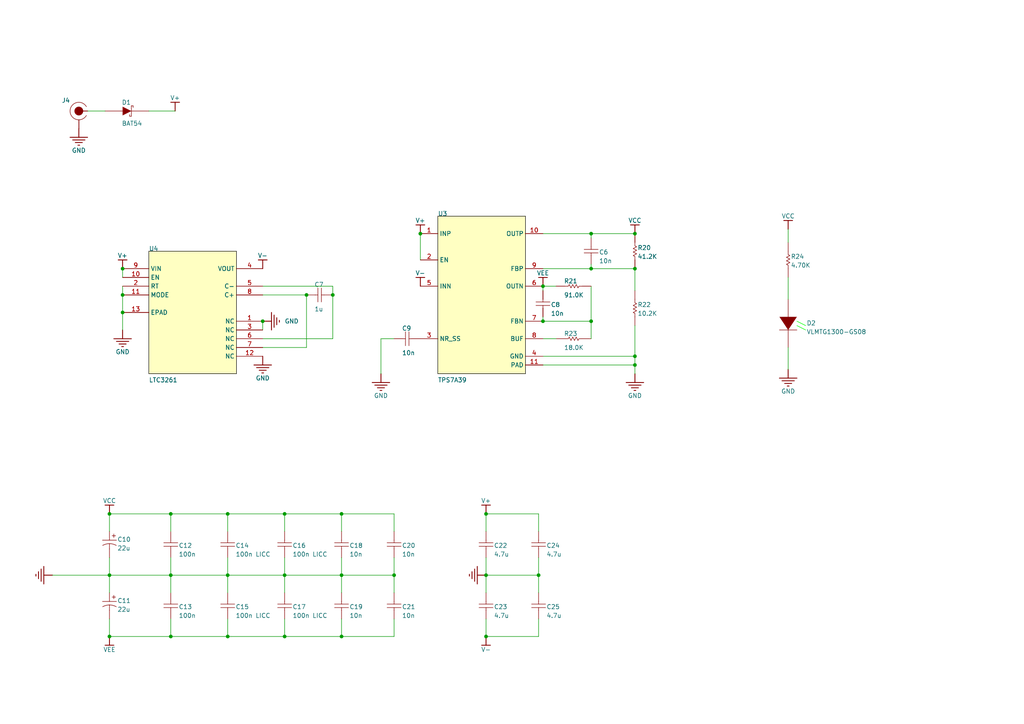
<source format=kicad_sch>
(kicad_sch (version 20250114) (generator "eeschema") (generator_version "9.0")
  (paper "A4")
  (junction (at 140.97 184.6072))
  (junction (at 82.55 166.8272))
  (junction (at 31.75 166.8272))
  (junction (at 114.3 166.8272))
  (junction (at 184.15 105.8672))
  (junction (at 35.56 77.9272))
  (junction (at 171.45 67.7672))
  (junction (at 99.06 166.8272))
  (junction (at 184.15 77.9272))
  (junction (at 157.48 83.0072))
  (junction (at 184.15 67.7672))
  (junction (at 156.21 166.8272))
  (junction (at 140.97 166.8272))
  (junction (at 140.97 149.0472))
  (junction (at 49.53 166.8272))
  (junction (at 171.45 93.1672))
  (junction (at 184.15 103.3272))
  (junction (at 66.04 184.6072))
  (junction (at 31.75 149.0472))
  (junction (at 35.56 85.5472))
  (junction (at 171.45 77.9272))
  (junction (at 157.48 93.1672))
  (junction (at 31.75 184.6072))
  (junction (at 99.06 184.6072))
  (junction (at 82.55 149.0472))
  (junction (at 66.04 166.8272))
  (junction (at 66.04 149.0472))
  (junction (at 88.9 85.5472))
  (junction (at 49.53 149.0472))
  (junction (at 121.92 67.7672))
  (junction (at 82.55 184.6072))
  (junction (at 96.52 85.5472))
  (junction (at 99.06 149.0472))
  (junction (at 76.2 93.1672))
  (junction (at 35.56 90.6272))
  (junction (at 49.53 184.6072))
  (wire (pts (xy 156.21 166.8272) (xy 156.21 171.9072)))
  (wire (pts (xy 66.04 149.0472) (xy 66.04 154.1272)))
  (wire (pts (xy 66.04 149.0472) (xy 82.55 149.0472)))
  (wire (pts (xy 171.45 77.9272) (xy 157.48 77.9272)))
  (wire (pts (xy 156.21 166.8272) (xy 140.97 166.8272)))
  (wire (pts (xy 114.3 184.6072) (xy 99.06 184.6072)))
  (wire (pts (xy 31.75 161.7472) (xy 31.75 166.8272)))
  (wire (pts (xy 140.97 171.9072) (xy 140.97 166.8272)))
  (wire (pts (xy 140.97 149.0472) (xy 156.21 149.0472)))
  (wire (pts (xy 110.49 98.2472) (xy 114.3 98.2472)))
  (wire (pts (xy 49.53 184.6072) (xy 66.04 184.6072)))
  (wire (pts (xy 82.55 166.8272) (xy 82.55 171.9072)))
  (wire (pts (xy 96.52 98.2472) (xy 76.2 98.2472)))
  (wire (pts (xy 96.52 83.0072) (xy 96.52 85.5472)))
  (wire (pts (xy 66.04 166.8272) (xy 66.04 161.7472)))
  (wire (pts (xy 25.4 32.2072) (xy 30.48 32.2072)))
  (wire (pts (xy 157.48 105.8672) (xy 184.15 105.8672)))
  (wire (pts (xy 31.75 154.1272) (xy 31.75 149.0472)))
  (wire (pts (xy 49.53 149.0472) (xy 31.75 149.0472)))
  (wire (pts (xy 171.45 67.7672) (xy 171.45 69.0372)))
  (wire (pts (xy 96.52 85.5472) (xy 96.52 98.2472)))
  (wire (pts (xy 171.45 93.1672) (xy 157.48 93.1672)))
  (wire (pts (xy 88.9 100.7872) (xy 76.2 100.7872)))
  (wire (pts (xy 31.75 179.5272) (xy 31.75 184.6072)))
  (wire (pts (xy 184.15 94.4372) (xy 184.15 103.3272)))
  (wire (pts (xy 156.21 161.7472) (xy 156.21 166.8272)))
  (wire (pts (xy 171.45 67.7672) (xy 184.15 67.7672)))
  (wire (pts (xy 82.55 184.6072) (xy 82.55 179.5272)))
  (wire (pts (xy 66.04 171.9072) (xy 66.04 166.8272)))
  (wire (pts (xy 99.06 166.8272) (xy 114.3 166.8272)))
  (wire (pts (xy 228.6 80.4672) (xy 228.6 86.8172)))
  (wire (pts (xy 49.53 166.8272) (xy 49.53 161.7472)))
  (wire (pts (xy 184.15 84.2772) (xy 184.15 77.9272)))
  (wire (pts (xy 66.04 184.6072) (xy 66.04 179.5272)))
  (wire (pts (xy 82.55 149.0472) (xy 99.06 149.0472)))
  (wire (pts (xy 184.15 77.9272) (xy 171.45 77.9272)))
  (wire (pts (xy 66.04 184.6072) (xy 82.55 184.6072)))
  (wire (pts (xy 49.53 154.1272) (xy 49.53 149.0472)))
  (wire (pts (xy 171.45 76.6572) (xy 171.45 77.9272)))
  (wire (pts (xy 76.2 83.0072) (xy 96.52 83.0072)))
  (wire (pts (xy 49.53 149.0472) (xy 66.04 149.0472)))
  (wire (pts (xy 35.56 83.0072) (xy 35.56 85.5472)))
  (wire (pts (xy 140.97 184.6072) (xy 140.97 179.5272)))
  (wire (pts (xy 82.55 184.6072) (xy 99.06 184.6072)))
  (wire (pts (xy 49.53 166.8272) (xy 31.75 166.8272)))
  (wire (pts (xy 121.92 75.3872) (xy 121.92 67.7672)))
  (wire (pts (xy 171.45 93.1672) (xy 171.45 98.2472)))
  (wire (pts (xy 156.21 184.6072) (xy 140.97 184.6072)))
  (wire (pts (xy 31.75 166.8272) (xy 15.24 166.8272)))
  (wire (pts (xy 35.56 85.5472) (xy 35.56 90.6272)))
  (wire (pts (xy 99.06 149.0472) (xy 114.3 149.0472)))
  (wire (pts (xy 82.55 161.7472) (xy 82.55 166.8272)))
  (wire (pts (xy 157.48 98.2472) (xy 161.29 98.2472)))
  (wire (pts (xy 99.06 166.8272) (xy 99.06 161.7472)))
  (wire (pts (xy 184.15 105.8672) (xy 184.15 108.4072)))
  (wire (pts (xy 228.6 66.4972) (xy 228.6 70.3072)))
  (wire (pts (xy 31.75 171.9072) (xy 31.75 166.8272)))
  (wire (pts (xy 114.3 166.8272) (xy 114.3 161.7472)))
  (wire (pts (xy 99.06 171.9072) (xy 99.06 166.8272)))
  (wire (pts (xy 171.45 83.0072) (xy 171.45 93.1672)))
  (wire (pts (xy 82.55 154.1272) (xy 82.55 149.0472)))
  (wire (pts (xy 114.3 166.8272) (xy 114.3 171.9072)))
  (wire (pts (xy 76.2 95.7072) (xy 76.2 93.1672)))
  (wire (pts (xy 228.6 100.7872) (xy 228.6 107.1372)))
  (wire (pts (xy 156.21 149.0472) (xy 156.21 154.1272)))
  (wire (pts (xy 114.3 179.5272) (xy 114.3 184.6072)))
  (wire (pts (xy 49.53 166.8272) (xy 66.04 166.8272)))
  (wire (pts (xy 43.18 32.2072) (xy 50.8 32.2072)))
  (wire (pts (xy 99.06 166.8272) (xy 82.55 166.8272)))
  (wire (pts (xy 110.49 108.4072) (xy 110.49 98.2472)))
  (wire (pts (xy 49.53 171.9072) (xy 49.53 166.8272)))
  (wire (pts (xy 184.15 105.8672) (xy 184.15 103.3272)))
  (wire (pts (xy 140.97 154.1272) (xy 140.97 149.0472)))
  (wire (pts (xy 35.56 90.6272) (xy 35.56 95.7072)))
  (wire (pts (xy 157.48 67.7672) (xy 171.45 67.7672)))
  (wire (pts (xy 157.48 83.0072) (xy 161.29 83.0072)))
  (wire (pts (xy 31.75 184.6072) (xy 49.53 184.6072)))
  (wire (pts (xy 157.48 93.1672) (xy 157.48 91.8972)))
  (wire (pts (xy 88.9 85.5472) (xy 88.9 100.7872)))
  (wire (pts (xy 99.06 184.6072) (xy 99.06 179.5272)))
  (wire (pts (xy 99.06 149.0472) (xy 99.06 154.1272)))
  (wire (pts (xy 140.97 161.7472) (xy 140.97 166.8272)))
  (wire (pts (xy 82.55 166.8272) (xy 66.04 166.8272)))
  (wire (pts (xy 157.48 84.2772) (xy 157.48 83.0072)))
  (wire (pts (xy 114.3 149.0472) (xy 114.3 154.1272)))
  (wire (pts (xy 76.2 85.5472) (xy 88.9 85.5472)))
  (wire (pts (xy 156.21 179.5272) (xy 156.21 184.6072)))
  (wire (pts (xy 49.53 179.5272) (xy 49.53 184.6072)))
  (wire (pts (xy 35.56 77.9272) (xy 35.56 80.4672)))
  (wire (pts (xy 184.15 103.3272) (xy 157.48 103.3272)))
  (symbol (lib_id "Probe-altium-import:V+_BAR") (at 140.97 149.0472 180) (unit 1)
    (property "Reference" "#PWR?" (effects (hide yes)))
    (property "Value" "V+" (at 140.97 145.2372 0))
  )
  (symbol (lib_id "R0402 - 1pct:root_2_Resistor_Generic_R0402 - 1pct.DbLib") (at 171.45 98.2472 0) (unit 1)
    (property "Reference" "R23" (at 163.576 97.4852 0) (effects (justify left bottom)))
    (property "Value" "${ALTIUM_VALUE}" (at 163.576 101.5492 0) (effects (justify left bottom)))
    (property "Footprint" "RESC0402(1005)_M" (effects (hide yes)))
    (property "Description" "RES 18.0K OHM 1% 1/16W 0402" (effects (hide yes)))
    (property "PART NUMBER" "RESC0402-18K0-1pct" (effects (hide yes)))
    (property "OHMS" "18000" (effects (hide yes)))
    (property "ALTIUM_VALUE" "18.0K" (effects (hide yes)))
    (property "MANUFACTURER 1" "Yageo" (effects (hide yes)))
    (property "MANUFACTURER PART NUMBER 1" "RC0402FR-0718KL" (effects (hide yes)))
    (property "MANUFACTURER 2" "Stackpole Electronics" (effects (hide yes)))
    (property "MANUFACTURER PART NUMBER 2" "RMCF0402FT18K0" (effects (hide yes)))
    (property "MANUFACTURER 3" "Vishay Dale" (effects (hide yes)))
    (property "MANUFACTURER PART NUMBER 3" "CRCW040218K0FKED" (effects (hide yes)))
    (property "MANUFACTURER 4" "Panasonic Electronic Components" (effects (hide yes)))
    (property "MANUFACTURER PART NUMBER 4" "ERJ-2RKF1802X" (effects (hide yes)))
  )
  (symbol (lib_id "Misc Caps:root_3_TWK107B7104MVHT_Misc Caps.SchLib") (at 82.55 171.9072 0) (unit 1)
    (property "Reference" "C17" (at 84.836 176.7332 0) (effects (justify left bottom)))
    (property "Value" "100n LICC" (at 84.836 179.2732 0) (effects (justify left bottom)))
    (property "Footprint" "CAPC0306_M" (effects (hide yes)))
    (property "Description" "CAP CER 0.1UF 25V X7R 0306" (effects (hide yes)))
    (property "SUPPLIER 1" "Digi-Key" (effects (hide yes)))
    (property "MANUFACTURER" "Taiyo Yuden" (effects (hide yes)))
    (property "MANUFACTURER PART NUMBER" "TWK107B7104MVHT" (effects (hide yes)))
    (property "STOCK 1" "9611" (effects (hide yes)))
    (property "PRICING 1" "1=0.31, 10=0.219, 50=0.153, 100=0.1312, 500=0.0984, 1000=0.08309 (USD)" (effects (hide yes)))
    (property "MOUNT" "Surface Mount" (effects (hide yes)))
    (property "CASE/PACKAGE" "0306" (effects (hide yes)))
    (property "CASE CODE (IMPERIAL)" "0306" (effects (hide yes)))
    (property "CASE CODE (METRIC)" "0816" (effects (hide yes)))
    (property "MIN OPERATING TEMPERATURE" "-55°C" (effects (hide yes)))
    (property "MAX OPERATING TEMPERATURE" "125°C" (effects (hide yes)))
    (property "PACKAGING" "Tape and Reel" (effects (hide yes)))
    (property "CAPACITANCE" "100nF" (effects (hide yes)))
    (property "TOLERANCE" "20%" (effects (hide yes)))
    (property "VOLTAGE RATING" "25V" (effects (hide yes)))
    (property "RATINGS" "AEC-Q200" (effects (hide yes)))
    (property "ROHS COMPLIANT" "Yes" (effects (hide yes)))
    (property "COMPONENTLINK1URL" "http://ds.yuden.co.jp/TYCOMPAS/ut/detail.do?productNo=TWK107B7104MVHT&amp;fileName=TWK107B7104MVHT_SS&amp;mode=specSheetDownload&src-supplier=Digi-Key" (effects (hide yes)))
    (property "COMPONENTLINK1DESCRIPTION" "http://ds.yuden.co.jp/TYCOMPAS/ut/detail.do?productNo=TWK107B7104MVHT&amp;fileName=TWK107B7104MVHT_SS&amp;mode=specSheetDownload&src-supplier=Digi-Key" (effects (hide yes)))
    (property "COMPONENTLINK2URL" "https://ds.yuden.co.jp/TYCOMPAS/ut/detail?pn=TWK107B7104MVHT &amp;u=M&src-supplier=Digi-Key" (effects (hide yes)))
    (property "COMPONENTLINK2DESCRIPTION" "https://ds.yuden.co.jp/TYCOMPAS/ut/detail?pn=TWK107B7104MVHT &amp;u=M&src-supplier=Digi-Key" (effects (hide yes)))
    (property "SUPPLIER 2" "Mouser" (effects (hide yes)))
    (property "SUPPLIER PART NUMBER 1" "587-6181-1-ND" (effects (hide yes)))
    (property "SUPPLIER PART NUMBER 2" "963-TWK107B7104MVHT" (effects (hide yes)))
  )
  (symbol (lib_id "Discretes:root_0_BAT54_Discretes.SchLib") (at 30.48 32.2072 0) (unit 1)
    (property "Reference" "D1" (at 35.306 30.4292 0) (effects (justify left bottom)))
    (property "Value" "BAT54" (at 35.306 36.5252 0) (effects (justify left bottom)))
    (property "Footprint" "INF-PG-SC59_M" (effects (hide yes)))
    (property "Description" "DIODE SCHOTTKY 30V 200MA TO236AB" (effects (hide yes)))
    (property "SUPPLIER 1" "Digi-Key" (effects (hide yes)))
    (property "SUPPLIER PART NUMBER 1" "1727-2900-6-ND" (effects (hide yes)))
    (property "MANUFACTURER" "Nexperia USA" (effects (hide yes)))
    (property "MANUFACTURER PART NUMBER" "BAT54,215" (effects (hide yes)))
    (property "STOCK 1" "0" (effects (hide yes)))
  )
  (symbol (lib_id "Connectors:root_0_PJ-002A_Connectors.SchLib") (at 22.86 32.2072 0) (unit 1)
    (property "Reference" "J4" (at 20.32 28.3972 0) (effects (justify right top)))
    (property "Value" "2.1/5.5mm" (effects (hide yes)))
    (property "Footprint" "CUI PJ-002A" (effects (hide yes)))
    (property "Description" "CONN PWR JACK 2X5.5MM SOLDER" (effects (hide yes)))
    (property "SUPPLIER 1" "Digi-Key" (effects (hide yes)))
    (property "MANUFACTURER" "CUI" (effects (hide yes)))
    (property "MANUFACTURER PART NUMBER" "PJ-002A" (effects (hide yes)))
    (property "STOCK 1" "60290" (effects (hide yes)))
    (property "PRICING 1" "1=0.6, 10=0.558, 25=0.5024, 50=0.4464, 100=0.4278, 250=0.3906, 500=0.372, 1000=0.3069, 2500=0.279 (USD)" (effects (hide yes)))
    (property "MOUNT" "Through Hole" (effects (hide yes)))
    (property "COLOR" "Black" (effects (hide yes)))
    (property "CONTACT MATERIAL" "Copper Alloy,Copper" (effects (hide yes)))
    (property "CONTACT PLATING" "Tin,Nickel" (effects (hide yes)))
    (property "HOUSING MATERIAL" "Thermoplastic" (effects (hide yes)))
    (property "HOUSING COLOR" "Black" (effects (hide yes)))
    (property "MIN OPERATING TEMPERATURE" "-25°C" (effects (hide yes)))
    (property "MAX OPERATING TEMPERATURE" "85°C" (effects (hide yes)))
    (property "GENDER" "Male" (effects (hide yes)))
    (property "SHIELDING" "Unshielded" (effects (hide yes)))
    (property "CONNECTOR TYPE" "Jack" (effects (hide yes)))
    (property "CURRENT RATING" "2.5A" (effects (hide yes)))
    (property "TERMINATION" "Through Hole" (effects (hide yes)))
    (property "PACKAGING" "Bulk" (effects (hide yes)))
    (property "PACKAGE QUANTITY" "500" (effects (hide yes)))
    (property "ORIENTATION" "Horizontal" (effects (hide yes)))
    (property "NUMBER OF CONDUCTORS" "2" (effects (hide yes)))
    (property "CONTACT GENDER" "Male" (effects (hide yes)))
    (property "VOLTAGE RATING" "24V" (effects (hide yes)))
    (property "INSULATION RESISTANCE" "50MR" (effects (hide yes)))
    (property "DIAMETER" "2.1mm" (effects (hide yes)))
    (property "LEAD FREE" "Lead Free" (effects (hide yes)))
    (property "FLAMMABILITY RATING" "UL94 V-0" (effects (hide yes)))
    (property "SUPPLIER 2" "Mouser" (effects (hide yes)))
    (property "SUPPLIER PART NUMBER 1" "CP-002A-ND" (effects (hide yes)))
    (property "SUPPLIER PART NUMBER 2" "490-PJ-002A" (effects (hide yes)))
  )
  (symbol (lib_id "Murata GRM 0402:root_3_Capacitor_Generic_Murata GRM 0402.DbLib") (at 99.06 171.9072 0) (unit 1)
    (property "Reference" "C19" (at 101.346 176.7332 0) (effects (justify left bottom)))
    (property "Value" "${ALTIUM_VALUE}" (at 101.346 179.2732 0) (effects (justify left bottom)))
    (property "Footprint" "CAPC0402(1005)50_M" (effects (hide yes)))
    (property "Description" "CAP CER 10NF±10% 50V X7R 0402" (effects (hide yes)))
    (property "PART NUMBER" "GRM155R71H103KA88" (effects (hide yes)))
    (property "CAPACITANCE" "10nF" (effects (hide yes)))
    (property "TOLERANCE" "±10%" (effects (hide yes)))
    (property "ALTIUM_VALUE" "10n" (effects (hide yes)))
    (property "TEMPERATURE COEFFICIENT" "X7R" (effects (hide yes)))
    (property "MANUFACTURER" "Murata" (effects (hide yes)))
    (property "MANUFACTURER PART NUMBER" "GRM155R71H103KA88D" (effects (hide yes)))
  )
  (symbol (lib_id "Probe-altium-import:GND_POWER_GROUND") (at 140.97 166.8272 270) (unit 1)
    (property "Reference" "#PWR?" (effects (hide yes)))
    (property "Value" "GND" (effects (hide yes)))
  )
  (symbol (lib_id "Probe-altium-import:VEE_BAR") (at 31.75 184.6072 0) (unit 1)
    (property "Reference" "#PWR?" (effects (hide yes)))
    (property "Value" "VEE" (at 31.75 188.4172 0))
  )
  (symbol (lib_id "IC:root_0_LTC3261EMSE_IC.SchLib") (at 35.56 77.9272 0) (unit 1)
    (property "Reference" "U4" (at 43.18 72.8472 0) (effects (justify left bottom)))
    (property "Value" "LTC3261" (at 43.18 110.9472 0) (effects (justify left bottom)))
    (property "Footprint" "MSOP-12_MSE" (effects (hide yes)))
    (property "Description" "IC REG CHARG PUMP INV 12MSOP" (effects (hide yes)))
    (property "COPYRIGHT" "Copyright (C) 2022 Ultra Librarian. All rights reserved." (effects (hide yes)))
    (property "MFR_NAME" "Linear Technology" (effects (hide yes)))
    (property "MANUFACTURER_PART_NUMBER" "ltc3261emse#pbf" (effects (hide yes)))
    (property "REFDES" "RefDes" (effects (hide yes)))
    (property "TYPE" "DEV" (effects (hide yes)))
    (property "SUPPLIER 1" "Digi-Key" (effects (hide yes)))
    (property "MANUFACTURER" "Analog Devices / Linear Technology" (effects (hide yes)))
    (property "MANUFACTURER PART NUMBER" "LTC3261EMSE#TRPBF" (effects (hide yes)))
    (property "STOCK 1" "0" (effects (hide yes)))
    (property "CASE/PACKAGE" "SOP" (effects (hide yes)))
    (property "NUMBER OF PINS" "12" (effects (hide yes)))
    (property "MIN OPERATING TEMPERATURE" "-40°C" (effects (hide yes)))
    (property "MAX OPERATING TEMPERATURE" "125°C" (effects (hide yes)))
    (property "PACKAGE QUANTITY" "2500" (effects (hide yes)))
    (property "NUMBER OF OUTPUTS" "1" (effects (hide yes)))
    (property "MIN SUPPLY VOLTAGE" "4.5V" (effects (hide yes)))
    (property "MAX SUPPLY VOLTAGE" "32V" (effects (hide yes)))
    (property "MAX OUTPUT CURRENT" "100mA" (effects (hide yes)))
    (property "PACKAGING" "Tape and Reel" (effects (hide yes)))
    (property "MAX INPUT VOLTAGE" "32V" (effects (hide yes)))
    (property "MIN INPUT VOLTAGE" "4.5V" (effects (hide yes)))
    (property "OUTPUT VOLTAGE" "-32V" (effects (hide yes)))
    (property "SWITCHING FREQUENCY" "500kHz" (effects (hide yes)))
    (property "OUTPUT CURRENT" "100mA" (effects (hide yes)))
    (property "SYNCHRONOUS RECTIFIER" "No" (effects (hide yes)))
    (property "OPERATING SUPPLY CURRENT" "60uA" (effects (hide yes)))
    (property "OUTPUT TYPE" "Adjustable" (effects (hide yes)))
    (property "SERIES" "-" (effects (hide yes)))
    (property "LEAD FREE" "Lead Free" (effects (hide yes)))
    (property "ROHS COMPLIANT" "Yes" (effects (hide yes)))
    (property "COMPONENTLINK1URL" "http://components.arrow.com/part/dataview/53470050S89425N7433?src-supplier=Arrow+Electronics" (effects (hide yes)))
    (property "COMPONENTLINK1DESCRIPTION" "http://components.arrow.com/part/dataview/53470050S89425N7433?src-supplier=Arrow+Electronics" (effects (hide yes)))
    (property "COMPONENTLINK2URL" "http://cds.linear.com/docs/en/datasheet/3261fb.pdf?src-supplier=Digi-Key" (effects (hide yes)))
    (property "COMPONENTLINK2DESCRIPTION" "http://cds.linear.com/docs/en/datasheet/3261fb.pdf?src-supplier=Digi-Key" (effects (hide yes)))
    (property "COMPONENTLINK3URL" "http://www.linear.com/docs/44087?src-supplier=Digi-Key" (effects (hide yes)))
    (property "COMPONENTLINK3DESCRIPTION" "http://www.linear.com/docs/44087?src-supplier=Digi-Key" (effects (hide yes)))
    (property "SUPPLIER 2" "Mouser" (effects (hide yes)))
    (property "SUPPLIER 3" "Newark" (effects (hide yes)))
    (property "SUPPLIER PART NUMBER 1" "LTC3261EMSE#TRPBFCT-ND" (effects (hide yes)))
    (property "SUPPLIER PART NUMBER 2" "584-LTC3261EMSETRPBF" (effects (hide yes)))
    (property "SUPPLIER PART NUMBER 3" "50AK2864" (effects (hide yes)))
  )
  (symbol (lib_id "Murata GRM 0402:root_2_Capacitor_Generic_Murata GRM 0402.DbLib") (at 121.92 98.2472 0) (unit 1)
    (property "Reference" "C9" (at 116.586 95.9612 0) (effects (justify left bottom)))
    (property "Value" "${ALTIUM_VALUE}" (at 116.586 103.0732 0) (effects (justify left bottom)))
    (property "Footprint" "CAPC0402(1005)50_M" (effects (hide yes)))
    (property "Description" "CAP CER 10NF±5% 25V C0G 0402" (effects (hide yes)))
    (property "MANUFACTURER" "Murata" (effects (hide yes)))
    (property "MANUFACTURER PART NUMBER" "GRM1555C1E103JE01D" (effects (hide yes)))
    (property "TOLERANCE" "±5%" (effects (hide yes)))
    (property "CAPACITANCE" "10nF" (effects (hide yes)))
    (property "PART NUMBER" "GRM1555C1E103JE01" (effects (hide yes)))
    (property "ALTIUM_VALUE" "10n" (effects (hide yes)))
    (property "TEMPERATURE COEFFICIENT" "C0G" (effects (hide yes)))
  )
  (symbol (lib_id "0603 Caps:root_3_CC0603KRX7R9BB104_0603 Caps.SchLib") (at 49.53 154.1272 0) (unit 1)
    (property "Reference" "C12" (at 51.816 158.9532 0) (effects (justify left bottom)))
    (property "Value" "100n" (at 51.816 161.4932 0) (effects (justify left bottom)))
    (property "Footprint" "CAPC0603(1608)100_M" (effects (hide yes)))
    (property "Description" "CAPACITOR CERAMIC, 0.1UF, 50V, X7R, 10%, 0603" (effects (hide yes)))
    (property "SUPPLIER 1" "Digi-Key" (effects (hide yes)))
    (property "MANUFACTURER" "Yageo" (effects (hide yes)))
    (property "MANUFACTURER PART NUMBER" "CC0603KRX7R9BB104" (effects (hide yes)))
    (property "STOCK 1" "0" (effects (hide yes)))
    (property "PRICING 1" "1=0.1, 10=0.066, 50=0.036, 100=0.0293, 500=0.02094, 1000=0.01646 (USD)" (effects (hide yes)))
    (property "MOUNT" "Surface Mount" (effects (hide yes)))
    (property "CASE/PACKAGE" "0603" (effects (hide yes)))
    (property "NUMBER OF PINS" "2" (effects (hide yes)))
    (property "CASE CODE (METRIC)" "1608" (effects (hide yes)))
    (property "CASE CODE (IMPERIAL)" "0603" (effects (hide yes)))
    (property "DIELECTRIC MATERIAL" "Ceramic" (effects (hide yes)))
    (property "MIN OPERATING TEMPERATURE" "-55°C" (effects (hide yes)))
    (property "MAX OPERATING TEMPERATURE" "125°C" (effects (hide yes)))
    (property "PACKAGE QUANTITY" "1" (effects (hide yes)))
    (property "CAPACITANCE" "100nF" (effects (hide yes)))
    (property "VOLTAGE RATING" "50V" (effects (hide yes)))
    (property "TOLERANCE" "10%" (effects (hide yes)))
    (property "PACKAGING" "Tape and Reel" (effects (hide yes)))
    (property "DIELECTRIC" "X7R" (effects (hide yes)))
    (property "TERMINATION" "SMD/SMT" (effects (hide yes)))
    (property "VOLTAGE" "50V" (effects (hide yes)))
    (property "LENGTH" "1.6mm" (effects (hide yes)))
    (property "HEIGHT" "0.8mm" (effects (hide yes)))
    (property "WIDTH" "0.031inch" (effects (hide yes)))
    (property "THICKNESS" "0.035inch" (effects (hide yes)))
    (property "DEPTH" "0.8mm" (effects (hide yes)))
    (property "RADIATION HARDENING" "No" (effects (hide yes)))
    (property "REACH SVHC" "No SVHC" (effects (hide yes)))
    (property "LEAD FREE" "Lead Free" (effects (hide yes)))
    (property "HALOGEN FREE" "Halogen Free" (effects (hide yes)))
    (property "COMPONENTLINK1URL" "http://www.yageo.com/documents/recent/UPY-GPHC_X7R_6.3V-to-50V_18.pdf?src-supplier=Digi-Key" (effects (hide yes)))
    (property "COMPONENTLINK1DESCRIPTION" "http://www.yageo.com/documents/recent/UPY-GPHC_X7R_6.3V-to-50V_18.pdf?src-supplier=Digi-Key" (effects (hide yes)))
    (property "COMPONENTLINK2URL" "http://www.farnell.com/datasheets/1489800.pdf?src-supplier=Element14" (effects (hide yes)))
    (property "COMPONENTLINK2DESCRIPTION" "http://www.farnell.com/datasheets/1489800.pdf?src-supplier=Element14" (effects (hide yes)))
    (property "COMPONENTLINK3URL" "http://www.yageo.com/documents/recent/UPY-GPHC_X7R_6.3V-to-50V_8.pdf?src-supplier=Avnet+Europe" (effects (hide yes)))
    (property "COMPONENTLINK3DESCRIPTION" "http://www.yageo.com/documents/recent/UPY-GPHC_X7R_6.3V-to-50V_8.pdf?src-supplier=Avnet+Europe" (effects (hide yes)))
    (property "COMPONENTLINK4URL" "http://www.farnell.com/datasheets/2167236.pdf?src-supplier=Element14" (effects (hide yes)))
    (property "COMPONENTLINK4DESCRIPTION" "http://www.farnell.com/datasheets/2167236.pdf?src-supplier=Element14" (effects (hide yes)))
    (property "COMPONENTLINK5URL" "http://www.farnell.com/datasheets/1489800.pdf?src-supplier=Farnell" (effects (hide yes)))
    (property "COMPONENTLINK5DESCRIPTION" "http://www.farnell.com/datasheets/1489800.pdf?src-supplier=Farnell" (effects (hide yes)))
    (property "SUPPLIER 2" "Mouser" (effects (hide yes)))
    (property "SUPPLIER PART NUMBER 1" "311-1344-1-ND" (effects (hide yes)))
    (property "SUPPLIER PART NUMBER 2" "603-CC603KRX7R9BB104" (effects (hide yes)))
    (property "LCSC PART #" "C14663" (effects (hide yes)))
  )
  (symbol (lib_id "Probe-altium-import:GND_POWER_GROUND") (at 15.24 166.8272 270) (unit 1)
    (property "Reference" "#PWR?" (effects (hide yes)))
    (property "Value" "GND" (effects (hide yes)))
  )
  (symbol (lib_id "Murata GRM 0402:root_3_Capacitor_Generic_Murata GRM 0402.DbLib") (at 114.3 171.9072 0) (unit 1)
    (property "Reference" "C21" (at 116.586 176.7332 0) (effects (justify left bottom)))
    (property "Value" "${ALTIUM_VALUE}" (at 116.586 179.2732 0) (effects (justify left bottom)))
    (property "Footprint" "CAPC0402(1005)50_M" (effects (hide yes)))
    (property "Description" "CAP CER 10NF±10% 50V X7R 0402" (effects (hide yes)))
    (property "PART NUMBER" "GRM155R71H103KA88" (effects (hide yes)))
    (property "CAPACITANCE" "10nF" (effects (hide yes)))
    (property "TOLERANCE" "±10%" (effects (hide yes)))
    (property "ALTIUM_VALUE" "10n" (effects (hide yes)))
    (property "TEMPERATURE COEFFICIENT" "X7R" (effects (hide yes)))
    (property "MANUFACTURER" "Murata" (effects (hide yes)))
    (property "MANUFACTURER PART NUMBER" "GRM155R71H103KA88D" (effects (hide yes)))
  )
  (symbol (lib_id "Probe-altium-import:GND_POWER_GROUND") (at 76.2 93.1672 90) (unit 1)
    (property "Reference" "#PWR?" (effects (hide yes)))
    (property "Value" "GND" (at 82.55 93.1672 90) (effects (justify right)))
  )
  (symbol (lib_id "0805 Caps:root_3_GRM21BZ71H475KE15K_0805 Caps.SchLib") (at 140.97 171.9072 0) (unit 1)
    (property "Reference" "C23" (at 143.256 176.7332 0) (effects (justify left bottom)))
    (property "Value" "4.7u" (at 143.256 179.2732 0) (effects (justify left bottom)))
    (property "Footprint" "CAPC0805(2012)100_M" (effects (hide yes)))
    (property "Description" "CAP CER 4.7UF 50V X7R 0805" (effects (hide yes)))
    (property "SUPPLIER 1" "Digi-Key" (effects (hide yes)))
    (property "MANUFACTURER" "Murata" (effects (hide yes)))
    (property "MANUFACTURER PART NUMBER" "GRM21BZ71H475KE15K" (effects (hide yes)))
    (property "STOCK 1" "134344" (effects (hide yes)))
    (property "PRICING 1" "1=0.6, 10=0.444, 50=0.3554, 100=0.3047, 500=0.2412, 1000=0.20311, 2500=0.19042, 5000=0.17772 (USD)" (effects (hide yes)))
    (property "COMPONENTLINK1URL" "https://datasheet.octopart.com/GRM21BZ71H475KE15K-Murata-datasheet-149523520.pdf?src-supplier=Newark" (effects (hide yes)))
    (property "COMPONENTLINK1DESCRIPTION" "https://datasheet.octopart.com/GRM21BZ71H475KE15K-Murata-datasheet-149523520.pdf?src-supplier=Newark" (effects (hide yes)))
    (property "SUPPLIER PART NUMBER 1" "490-GRM21BZ71H475KE15KCT-ND" (effects (hide yes)))
    (property "ROHS COMPLIANT" "Yes" (effects (hide yes)))
    (property "COMPONENTLINK2URL" "https://datasheet.octopart.com/GRM21BZ71H475KE15K-Murata-datasheet-165579666.pdf?src-supplier=TME" (effects (hide yes)))
    (property "COMPONENTLINK2DESCRIPTION" "https://datasheet.octopart.com/GRM21BZ71H475KE15K-Murata-datasheet-165579666.pdf?src-supplier=TME" (effects (hide yes)))
    (property "SUPPLIER 2" "Mouser" (effects (hide yes)))
    (property "SUPPLIER PART NUMBER 2" "81-GRM21BZ71H475KE5K" (effects (hide yes)))
  )
  (symbol (lib_id "Probe-altium-import:GND_POWER_GROUND") (at 76.2 103.3272 0) (unit 1)
    (property "Reference" "#PWR?" (effects (hide yes)))
    (property "Value" "GND" (at 76.2 109.6772 0))
  )
  (symbol (lib_id "0805 Caps:root_0_CC0805KKX7R9BB105_0805 Caps.SchLib") (at 88.9 85.5472 0) (unit 1)
    (property "Reference" "C7" (at 91.186 83.2612 0) (effects (justify left bottom)))
    (property "Value" "1u" (at 91.186 90.3732 0) (effects (justify left bottom)))
    (property "Footprint" "CAPC0805(2012)145_M" (effects (hide yes)))
    (property "Description" "Cap Ceramic 1uF 50V X7R 10% SMD 0805 125C Blister T/R" (effects (hide yes)))
    (property "SUPPLIER 1" "Digi-Key" (effects (hide yes)))
    (property "MANUFACTURER" "Yageo" (effects (hide yes)))
    (property "MANUFACTURER PART NUMBER" "CC0805KKX7R9BB105" (effects (hide yes)))
    (property "STOCK 1" "558291" (effects (hide yes)))
    (property "PRICING 1" "1=0.27, 10=0.188, 100=0.1064, 500=0.0751, 1000=0.06571 (USD)" (effects (hide yes)))
    (property "MOUNT" "Surface Mount" (effects (hide yes)))
    (property "CASE/PACKAGE" "0805" (effects (hide yes)))
    (property "WEIGHT" "0.000194oz" (effects (hide yes)))
    (property "CASE CODE (IMPERIAL)" "0805" (effects (hide yes)))
    (property "CASE CODE (METRIC)" "2012" (effects (hide yes)))
    (property "MIN OPERATING TEMPERATURE" "-55°C" (effects (hide yes)))
    (property "MAX OPERATING TEMPERATURE" "125°C" (effects (hide yes)))
    (property "TOLERANCE" "10%" (effects (hide yes)))
    (property "PACKAGING" "Tape and Reel" (effects (hide yes)))
    (property "CAPACITANCE" "1uF" (effects (hide yes)))
    (property "VOLTAGE RATING" "50V" (effects (hide yes)))
    (property "VOLTAGE RATING (DC)" "50V" (effects (hide yes)))
    (property "DIELECTRIC" "X7R" (effects (hide yes)))
    (property "TERMINATION" "SMD/SMT" (effects (hide yes)))
    (property "COMPOSITION" "Ceramic" (effects (hide yes)))
    (property "LENGTH" "2mm" (effects (hide yes)))
    (property "HEIGHT" "1.25mm" (effects (hide yes)))
    (property "WIDTH" "0.049inch" (effects (hide yes)))
    (property "THICKNESS" "0.057inch" (effects (hide yes)))
    (property "DEPTH" "1.25mm" (effects (hide yes)))
    (property "RADIATION HARDENING" "No" (effects (hide yes)))
    (property "LEAD FREE" "Lead Free" (effects (hide yes)))
    (property "HALOGEN FREE" "Halogen Free" (effects (hide yes)))
    (property "COMPONENTLINK1URL" "http://www.mouser.com/ds/2/447/Yageo_UPY-GP_NP0_16V-to-50V_9-358835.pdf?src-supplier=Mouser" (effects (hide yes)))
    (property "COMPONENTLINK1DESCRIPTION" "http://www.mouser.com/ds/2/447/Yageo_UPY-GP_NP0_16V-to-50V_9-358835.pdf?src-supplier=Mouser" (effects (hide yes)))
    (property "SUPPLIER 2" "Mouser" (effects (hide yes)))
    (property "SUPPLIER PART NUMBER 2" "603-CC805KKX7R9BB105" (effects (hide yes)))
    (property "SUPPLIER PART NUMBER 1" "311-1886-1-ND" (effects (hide yes)))
  )
  (symbol (lib_id "Misc Caps:root_3_T491B226K016AT_Misc Caps.SchLib") (at 31.75 171.9072 0) (unit 1)
    (property "Reference" "C11" (at 34.036 174.9552 0) (effects (justify left bottom)))
    (property "Value" "22u" (at 34.036 177.4952 0) (effects (justify left bottom)))
    (property "Footprint" "KEMET B_M" (effects (hide yes)))
    (property "Description" "CAP TANT 22UF 10% 16V 1411" (effects (hide yes)))
    (property "SUPPLIER 1" "Digikey" (effects (hide yes)))
    (property "SUPPLIER PART NUMBER 1" "399-8312-6-ND" (effects (hide yes)))
    (property "MANUFACTURER" "KEMET" (effects (hide yes)))
    (property "MANUFACTURER PART NUMBER" "T491B226K016AT" (effects (hide yes)))
    (property "STOCK 1" "3174" (effects (hide yes)))
    (property "PRICING 1" "1=0.64, 10=0.433, 50=0.3444, 100=0.2844, 500=0.2222, 1000=0.18887 (USD)" (effects (hide yes)))
    (property "MOUNT" "Surface Mount,PCB" (effects (hide yes)))
    (property "CASE/PACKAGE" "1411" (effects (hide yes)))
    (property "CASE CODE (IMPERIAL)" "1411" (effects (hide yes)))
    (property "CASE CODE (METRIC)" "3528" (effects (hide yes)))
    (property "DIELECTRIC MATERIAL" "Tantalum" (effects (hide yes)))
    (property "MIN OPERATING TEMPERATURE" "-55°C" (effects (hide yes)))
    (property "MAX OPERATING TEMPERATURE" "125°C" (effects (hide yes)))
    (property "CAPACITANCE" "22uF" (effects (hide yes)))
    (property "TOLERANCE" "10%" (effects (hide yes)))
    (property "PACKAGING" "Tape and Reel" (effects (hide yes)))
    (property "ESR (EQUIVALENT SERIES RESISTANCE)" "2.2R" (effects (hide yes)))
    (property "POLARITY" "Polar" (effects (hide yes)))
    (property "DISSIPATION FACTOR" "6%" (effects (hide yes)))
    (property "CONSTRUCTION" "Flat" (effects (hide yes)))
    (property "VOLTAGE RATING" "16V" (effects (hide yes)))
    (property "SERIES" "T491" (effects (hide yes)))
    (property "TERMINATION" "SMD/SMT" (effects (hide yes)))
    (property "PACKAGE QUANTITY" "1" (effects (hide yes)))
    (property "VOLTAGE RATING (DC)" "16V" (effects (hide yes)))
    (property "FEATURES" "General Purpose" (effects (hide yes)))
    (property "VOLTAGE" "16V" (effects (hide yes)))
    (property "LIFE (HOURS)" "2000Hour" (effects (hide yes)))
    (property "LEAKAGE CURRENT" "3.6uA" (effects (hide yes)))
    (property "LENGTH" "3.5mm" (effects (hide yes)))
    (property "WIDTH" "2.8mm" (effects (hide yes)))
    (property "HEIGHT" "1.9mm" (effects (hide yes)))
    (property "DEPTH" "2.8mm" (effects (hide yes)))
    (property "HEIGHT - SEATED (MAX)" "0.083inch" (effects (hide yes)))
    (property "RADIATION HARDENING" "No" (effects (hide yes)))
    (property "ROHS COMPLIANT" "Yes" (effects (hide yes)))
    (property "LEAD FREE" "Lead Free" (effects (hide yes)))
    (property "REACH SVHC COMPLIANT" "Yes" (effects (hide yes)))
    (property "COMPONENTLINK1URL" "https://datasheet.ciiva.com/8079/kem-t2005-t491-8079799.pdf?src-supplier=Element14" (effects (hide yes)))
    (property "COMPONENTLINK1DESCRIPTION" "https://datasheet.ciiva.com/8079/kem-t2005-t491-8079799.pdf?src-supplier=Element14" (effects (hide yes)))
    (property "COMPONENTLINK2URL" "https://datasheet.ciiva.com/7696/1854511-7696325.pdf?src-supplier=Element14" (effects (hide yes)))
    (property "COMPONENTLINK2DESCRIPTION" "https://datasheet.ciiva.com/7696/1854511-7696325.pdf?src-supplier=Element14" (effects (hide yes)))
    (property "COMPONENTLINK3URL" "https://datasheet.ciiva.com/7696/1446014-7696326.pdf?src-supplier=Element14" (effects (hide yes)))
    (property "COMPONENTLINK3DESCRIPTION" "https://datasheet.ciiva.com/7696/1446014-7696326.pdf?src-supplier=Element14" (effects (hide yes)))
    (property "COMPONENTLINK4URL" "https://datasheet.ciiva.com/5934/1446014-5934574.pdf?src-supplier=Farnell" (effects (hide yes)))
    (property "COMPONENTLINK4DESCRIPTION" "https://datasheet.ciiva.com/5934/1446014-5934574.pdf?src-supplier=Farnell" (effects (hide yes)))
    (property "COMPONENTLINK5URL" "https://datasheet.ciiva.com/6247/kem-t2005-t491-6247978.pdf?src-supplier=Digikey" (effects (hide yes)))
    (property "COMPONENTLINK5DESCRIPTION" "https://datasheet.ciiva.com/6247/kem-t2005-t491-6247978.pdf?src-supplier=Digikey" (effects (hide yes)))
    (property "COMPONENTLINK6URL" "https://datasheet.ciiva.com/6247/kem-t2005-t491-6247977.pdf?src-supplier=Digikey" (effects (hide yes)))
    (property "COMPONENTLINK6DESCRIPTION" "https://datasheet.ciiva.com/6247/kem-t2005-t491-6247977.pdf?src-supplier=Digikey" (effects (hide yes)))
    (property "COMPONENTLINK7URL" "https://datasheet.ciiva.com/6247/kem-t2005-t491-6247979.pdf?src-supplier=Digikey" (effects (hide yes)))
    (property "COMPONENTLINK7DESCRIPTION" "https://datasheet.ciiva.com/6247/kem-t2005-t491-6247979.pdf?src-supplier=Digikey" (effects (hide yes)))
    (property "COMPONENTLINK8URL" "https://datasheet.ciiva.com/14589/70095774-14589317.pdf?src-supplier=Allied+Electronics" (effects (hide yes)))
    (property "COMPONENTLINK8DESCRIPTION" "https://datasheet.ciiva.com/14589/70095774-14589317.pdf?src-supplier=Allied+Electronics" (effects (hide yes)))
    (property "COMPONENTLINK9URL" "https://datasheet.ciiva.com/14600/70095774-14600348.pdf?src-supplier=Allied+Electronics" (effects (hide yes)))
    (property "COMPONENTLINK9DESCRIPTION" "https://datasheet.ciiva.com/14600/70095774-14600348.pdf?src-supplier=Allied+Electronics" (effects (hide yes)))
    (property "COMPONENTLINK10URL" "https://datasheet.ciiva.com/12911/kem-t2005-t491-12911727.pdf?src-supplier=Mouser" (effects (hide yes)))
    (property "COMPONENTLINK10DESCRIPTION" "https://datasheet.ciiva.com/12911/kem-t2005-t491-12911727.pdf?src-supplier=Mouser" (effects (hide yes)))
    (property "COMPONENTLINK11URL" "https://datasheet.ciiva.com/29244/458294-da-01-en-tantal-kondensator-t491b226k016at-29244581.pdf?src-supplier=Conrad" (effects (hide yes)))
    (property "COMPONENTLINK11DESCRIPTION" "https://datasheet.ciiva.com/29244/458294-da-01-en-tantal-kondensator-t491b226k016at-29244581.pdf?src-supplier=Conrad" (effects (hide yes)))
    (property "RIPPLE CURRENT" "197mA" (effects (hide yes)))
    (property "SUPPLIER 2" "Mouser" (effects (hide yes)))
    (property "SUPPLIER PART NUMBER 2" "80-T491B226K016" (effects (hide yes)))
    (property "NUMBER OF PINS" "2" (effects (hide yes)))
    (property "WEIGHT" "0.002293oz" (effects (hide yes)))
    (property "FAILURE RATE" "0.001%" (effects (hide yes)))
    (property "LEAD PITCH" "1.9mm" (effects (hide yes)))
  )
  (symbol (lib_id "R0402 - 1pct:root_3_Resistor_Generic_R0402 - 1pct.DbLib") (at 184.15 67.7672 0) (unit 1)
    (property "Reference" "R20" (at 184.912 72.5932 0) (effects (justify left bottom)))
    (property "Value" "${ALTIUM_VALUE}" (at 184.912 75.1332 0) (effects (justify left bottom)))
    (property "Footprint" "RESC0402(1005)_M" (effects (hide yes)))
    (property "Description" "RES 41.2K OHM 1% 1/16W 0402" (effects (hide yes)))
    (property "PART NUMBER" "RESC0402-41K2-1pct" (effects (hide yes)))
    (property "OHMS" "41200" (effects (hide yes)))
    (property "ALTIUM_VALUE" "41.2K" (effects (hide yes)))
    (property "MANUFACTURER 1" "Yageo" (effects (hide yes)))
    (property "MANUFACTURER PART NUMBER 1" "RC0402FR-0741K2L" (effects (hide yes)))
    (property "MANUFACTURER 2" "Stackpole Electronics" (effects (hide yes)))
    (property "MANUFACTURER PART NUMBER 2" "RMCF0402FT41K2" (effects (hide yes)))
    (property "MANUFACTURER 3" "Vishay Dale" (effects (hide yes)))
    (property "MANUFACTURER PART NUMBER 3" "CRCW040241K2FKED" (effects (hide yes)))
    (property "MANUFACTURER 4" "Panasonic Electronic Components" (effects (hide yes)))
    (property "MANUFACTURER PART NUMBER 4" "ERJ-2RKF4122X" (effects (hide yes)))
  )
  (symbol (lib_id "Murata GRM 0402:root_3_Capacitor_Generic_Murata GRM 0402.DbLib") (at 114.3 154.1272 0) (unit 1)
    (property "Reference" "C20" (at 116.586 158.9532 0) (effects (justify left bottom)))
    (property "Value" "${ALTIUM_VALUE}" (at 116.586 161.4932 0) (effects (justify left bottom)))
    (property "Footprint" "CAPC0402(1005)50_M" (effects (hide yes)))
    (property "Description" "CAP CER 10NF±10% 50V X7R 0402" (effects (hide yes)))
    (property "PART NUMBER" "GRM155R71H103KA88" (effects (hide yes)))
    (property "CAPACITANCE" "10nF" (effects (hide yes)))
    (property "TOLERANCE" "±10%" (effects (hide yes)))
    (property "ALTIUM_VALUE" "10n" (effects (hide yes)))
    (property "TEMPERATURE COEFFICIENT" "X7R" (effects (hide yes)))
    (property "MANUFACTURER" "Murata" (effects (hide yes)))
    (property "MANUFACTURER PART NUMBER" "GRM155R71H103KA88D" (effects (hide yes)))
  )
  (symbol (lib_id "Probe-altium-import:VCC_BAR") (at 228.6 66.4972 180) (unit 1)
    (property "Reference" "#PWR?" (effects (hide yes)))
    (property "Value" "VCC" (at 228.6 62.6872 0))
  )
  (symbol (lib_id "Probe-altium-import:VCC_BAR") (at 184.15 67.7672 180) (unit 1)
    (property "Reference" "#PWR?" (effects (hide yes)))
    (property "Value" "VCC" (at 184.15 63.9572 0))
  )
  (symbol (lib_id "Probe-altium-import:GND_POWER_GROUND") (at 228.6 107.1372 0) (unit 1)
    (property "Reference" "#PWR?" (effects (hide yes)))
    (property "Value" "GND" (at 228.6 113.4872 0))
  )
  (symbol (lib_id "Probe-altium-import:V-_BAR") (at 76.2 77.9272 180) (unit 1)
    (property "Reference" "#PWR?" (effects (hide yes)))
    (property "Value" "V-" (at 76.2 74.1172 0))
  )
  (symbol (lib_id "Probe-altium-import:GND_POWER_GROUND") (at 22.86 37.2872 0) (unit 1)
    (property "Reference" "#PWR?" (effects (hide yes)))
    (property "Value" "GND" (at 22.86 43.6372 0))
  )
  (symbol (lib_id "0805 Caps:root_3_GRM21BZ71H475KE15K_0805 Caps.SchLib") (at 156.21 154.1272 0) (unit 1)
    (property "Reference" "C24" (at 158.496 158.9532 0) (effects (justify left bottom)))
    (property "Value" "4.7u" (at 158.496 161.4932 0) (effects (justify left bottom)))
    (property "Footprint" "CAPC0805(2012)100_M" (effects (hide yes)))
    (property "Description" "CAP CER 4.7UF 50V X7R 0805" (effects (hide yes)))
    (property "SUPPLIER 1" "Digi-Key" (effects (hide yes)))
    (property "SUPPLIER PART NUMBER 1" "490-GRM21BZ71H475KE15KCT-ND" (effects (hide yes)))
    (property "MANUFACTURER" "Murata" (effects (hide yes)))
    (property "MANUFACTURER PART NUMBER" "GRM21BZ71H475KE15K" (effects (hide yes)))
    (property "STOCK 1" "134344" (effects (hide yes)))
    (property "PRICING 1" "1=0.6, 10=0.444, 50=0.3554, 100=0.3047, 500=0.2412, 1000=0.20311, 2500=0.19042, 5000=0.17772 (USD)" (effects (hide yes)))
    (property "ROHS COMPLIANT" "Yes" (effects (hide yes)))
    (property "COMPONENTLINK1URL" "https://datasheet.octopart.com/GRM21BZ71H475KE15K-Murata-datasheet-149523520.pdf?src-supplier=Newark" (effects (hide yes)))
    (property "COMPONENTLINK1DESCRIPTION" "https://datasheet.octopart.com/GRM21BZ71H475KE15K-Murata-datasheet-149523520.pdf?src-supplier=Newark" (effects (hide yes)))
    (property "COMPONENTLINK2URL" "https://datasheet.octopart.com/GRM21BZ71H475KE15K-Murata-datasheet-165579666.pdf?src-supplier=TME" (effects (hide yes)))
    (property "COMPONENTLINK2DESCRIPTION" "https://datasheet.octopart.com/GRM21BZ71H475KE15K-Murata-datasheet-165579666.pdf?src-supplier=TME" (effects (hide yes)))
    (property "SUPPLIER 2" "Mouser" (effects (hide yes)))
    (property "SUPPLIER PART NUMBER 2" "81-GRM21BZ71H475KE5K" (effects (hide yes)))
  )
  (symbol (lib_id "Probe-altium-import:VCC_BAR") (at 31.75 149.0472 180) (unit 1)
    (property "Reference" "#PWR?" (effects (hide yes)))
    (property "Value" "VCC" (at 31.75 145.2372 0))
  )
  (symbol (lib_id "Misc Caps:root_3_TWK107B7104MVHT_Misc Caps.SchLib") (at 82.55 154.1272 0) (unit 1)
    (property "Reference" "C16" (at 84.836 158.9532 0) (effects (justify left bottom)))
    (property "Value" "100n LICC" (at 84.836 161.4932 0) (effects (justify left bottom)))
    (property "Footprint" "CAPC0306_M" (effects (hide yes)))
    (property "Description" "CAP CER 0.1UF 25V X7R 0306" (effects (hide yes)))
    (property "SUPPLIER 1" "Digi-Key" (effects (hide yes)))
    (property "MANUFACTURER" "Taiyo Yuden" (effects (hide yes)))
    (property "MANUFACTURER PART NUMBER" "TWK107B7104MVHT" (effects (hide yes)))
    (property "STOCK 1" "9611" (effects (hide yes)))
    (property "PRICING 1" "1=0.31, 10=0.219, 50=0.153, 100=0.1312, 500=0.0984, 1000=0.08309 (USD)" (effects (hide yes)))
    (property "MOUNT" "Surface Mount" (effects (hide yes)))
    (property "CASE/PACKAGE" "0306" (effects (hide yes)))
    (property "CASE CODE (IMPERIAL)" "0306" (effects (hide yes)))
    (property "CASE CODE (METRIC)" "0816" (effects (hide yes)))
    (property "MIN OPERATING TEMPERATURE" "-55°C" (effects (hide yes)))
    (property "MAX OPERATING TEMPERATURE" "125°C" (effects (hide yes)))
    (property "PACKAGING" "Tape and Reel" (effects (hide yes)))
    (property "CAPACITANCE" "100nF" (effects (hide yes)))
    (property "TOLERANCE" "20%" (effects (hide yes)))
    (property "VOLTAGE RATING" "25V" (effects (hide yes)))
    (property "RATINGS" "AEC-Q200" (effects (hide yes)))
    (property "ROHS COMPLIANT" "Yes" (effects (hide yes)))
    (property "COMPONENTLINK1URL" "http://ds.yuden.co.jp/TYCOMPAS/ut/detail.do?productNo=TWK107B7104MVHT&amp;fileName=TWK107B7104MVHT_SS&amp;mode=specSheetDownload&src-supplier=Digi-Key" (effects (hide yes)))
    (property "COMPONENTLINK1DESCRIPTION" "http://ds.yuden.co.jp/TYCOMPAS/ut/detail.do?productNo=TWK107B7104MVHT&amp;fileName=TWK107B7104MVHT_SS&amp;mode=specSheetDownload&src-supplier=Digi-Key" (effects (hide yes)))
    (property "COMPONENTLINK2URL" "https://ds.yuden.co.jp/TYCOMPAS/ut/detail?pn=TWK107B7104MVHT &amp;u=M&src-supplier=Digi-Key" (effects (hide yes)))
    (property "COMPONENTLINK2DESCRIPTION" "https://ds.yuden.co.jp/TYCOMPAS/ut/detail?pn=TWK107B7104MVHT &amp;u=M&src-supplier=Digi-Key" (effects (hide yes)))
    (property "SUPPLIER 2" "Mouser" (effects (hide yes)))
    (property "SUPPLIER PART NUMBER 1" "587-6181-1-ND" (effects (hide yes)))
    (property "SUPPLIER PART NUMBER 2" "963-TWK107B7104MVHT" (effects (hide yes)))
  )
  (symbol (lib_id "0805 Caps:root_3_GRM21BZ71H475KE15K_0805 Caps.SchLib") (at 140.97 154.1272 0) (unit 1)
    (property "Reference" "C22" (at 143.256 158.9532 0) (effects (justify left bottom)))
    (property "Value" "4.7u" (at 143.256 161.4932 0) (effects (justify left bottom)))
    (property "Footprint" "CAPC0805(2012)100_M" (effects (hide yes)))
    (property "Description" "CAP CER 4.7UF 50V X7R 0805" (effects (hide yes)))
    (property "SUPPLIER 1" "Digi-Key" (effects (hide yes)))
    (property "MANUFACTURER" "Murata" (effects (hide yes)))
    (property "MANUFACTURER PART NUMBER" "GRM21BZ71H475KE15K" (effects (hide yes)))
    (property "STOCK 1" "134344" (effects (hide yes)))
    (property "PRICING 1" "1=0.6, 10=0.444, 50=0.3554, 100=0.3047, 500=0.2412, 1000=0.20311, 2500=0.19042, 5000=0.17772 (USD)" (effects (hide yes)))
    (property "COMPONENTLINK1URL" "https://datasheet.octopart.com/GRM21BZ71H475KE15K-Murata-datasheet-149523520.pdf?src-supplier=Newark" (effects (hide yes)))
    (property "COMPONENTLINK1DESCRIPTION" "https://datasheet.octopart.com/GRM21BZ71H475KE15K-Murata-datasheet-149523520.pdf?src-supplier=Newark" (effects (hide yes)))
    (property "SUPPLIER PART NUMBER 1" "490-GRM21BZ71H475KE15KCT-ND" (effects (hide yes)))
    (property "ROHS COMPLIANT" "Yes" (effects (hide yes)))
    (property "COMPONENTLINK2URL" "https://datasheet.octopart.com/GRM21BZ71H475KE15K-Murata-datasheet-165579666.pdf?src-supplier=TME" (effects (hide yes)))
    (property "COMPONENTLINK2DESCRIPTION" "https://datasheet.octopart.com/GRM21BZ71H475KE15K-Murata-datasheet-165579666.pdf?src-supplier=TME" (effects (hide yes)))
    (property "SUPPLIER 2" "Mouser" (effects (hide yes)))
    (property "SUPPLIER PART NUMBER 2" "81-GRM21BZ71H475KE5K" (effects (hide yes)))
  )
  (symbol (lib_id "0805 Caps:root_1_GRM21BZ71H475KE15K_0805 Caps.SchLib") (at 156.21 179.5272 0) (unit 1)
    (property "Reference" "C25" (at 158.496 176.7332 0) (effects (justify left bottom)))
    (property "Value" "4.7u" (at 158.496 179.2732 0) (effects (justify left bottom)))
    (property "Footprint" "CAPC0805(2012)100_M" (effects (hide yes)))
    (property "Description" "CAP CER 4.7UF 50V X7R 0805" (effects (hide yes)))
    (property "SUPPLIER 1" "Digi-Key" (effects (hide yes)))
    (property "SUPPLIER PART NUMBER 1" "490-GRM21BZ71H475KE15KCT-ND" (effects (hide yes)))
    (property "MANUFACTURER" "Murata" (effects (hide yes)))
    (property "MANUFACTURER PART NUMBER" "GRM21BZ71H475KE15K" (effects (hide yes)))
    (property "STOCK 1" "134344" (effects (hide yes)))
    (property "PRICING 1" "1=0.6, 10=0.444, 50=0.3554, 100=0.3047, 500=0.2412, 1000=0.20311, 2500=0.19042, 5000=0.17772 (USD)" (effects (hide yes)))
    (property "ROHS COMPLIANT" "Yes" (effects (hide yes)))
    (property "COMPONENTLINK1URL" "https://datasheet.octopart.com/GRM21BZ71H475KE15K-Murata-datasheet-149523520.pdf?src-supplier=Newark" (effects (hide yes)))
    (property "COMPONENTLINK1DESCRIPTION" "https://datasheet.octopart.com/GRM21BZ71H475KE15K-Murata-datasheet-149523520.pdf?src-supplier=Newark" (effects (hide yes)))
    (property "COMPONENTLINK2URL" "https://datasheet.octopart.com/GRM21BZ71H475KE15K-Murata-datasheet-165579666.pdf?src-supplier=TME" (effects (hide yes)))
    (property "COMPONENTLINK2DESCRIPTION" "https://datasheet.octopart.com/GRM21BZ71H475KE15K-Murata-datasheet-165579666.pdf?src-supplier=TME" (effects (hide yes)))
    (property "SUPPLIER 2" "Mouser" (effects (hide yes)))
    (property "SUPPLIER PART NUMBER 2" "81-GRM21BZ71H475KE5K" (effects (hide yes)))
  )
  (symbol (lib_id "Misc Caps:root_3_TWK107B7104MVHT_Misc Caps.SchLib") (at 66.04 171.9072 0) (unit 1)
    (property "Reference" "C15" (at 68.326 176.7332 0) (effects (justify left bottom)))
    (property "Value" "100n LICC" (at 68.326 179.2732 0) (effects (justify left bottom)))
    (property "Footprint" "CAPC0306_M" (effects (hide yes)))
    (property "Description" "CAP CER 0.1UF 25V X7R 0306" (effects (hide yes)))
    (property "SUPPLIER 1" "Digi-Key" (effects (hide yes)))
    (property "MANUFACTURER" "Taiyo Yuden" (effects (hide yes)))
    (property "MANUFACTURER PART NUMBER" "TWK107B7104MVHT" (effects (hide yes)))
    (property "STOCK 1" "9611" (effects (hide yes)))
    (property "PRICING 1" "1=0.31, 10=0.219, 50=0.153, 100=0.1312, 500=0.0984, 1000=0.08309 (USD)" (effects (hide yes)))
    (property "MOUNT" "Surface Mount" (effects (hide yes)))
    (property "CASE/PACKAGE" "0306" (effects (hide yes)))
    (property "CASE CODE (IMPERIAL)" "0306" (effects (hide yes)))
    (property "CASE CODE (METRIC)" "0816" (effects (hide yes)))
    (property "MIN OPERATING TEMPERATURE" "-55°C" (effects (hide yes)))
    (property "MAX OPERATING TEMPERATURE" "125°C" (effects (hide yes)))
    (property "PACKAGING" "Tape and Reel" (effects (hide yes)))
    (property "CAPACITANCE" "100nF" (effects (hide yes)))
    (property "TOLERANCE" "20%" (effects (hide yes)))
    (property "VOLTAGE RATING" "25V" (effects (hide yes)))
    (property "RATINGS" "AEC-Q200" (effects (hide yes)))
    (property "ROHS COMPLIANT" "Yes" (effects (hide yes)))
    (property "COMPONENTLINK1URL" "http://ds.yuden.co.jp/TYCOMPAS/ut/detail.do?productNo=TWK107B7104MVHT&amp;fileName=TWK107B7104MVHT_SS&amp;mode=specSheetDownload&src-supplier=Digi-Key" (effects (hide yes)))
    (property "COMPONENTLINK1DESCRIPTION" "http://ds.yuden.co.jp/TYCOMPAS/ut/detail.do?productNo=TWK107B7104MVHT&amp;fileName=TWK107B7104MVHT_SS&amp;mode=specSheetDownload&src-supplier=Digi-Key" (effects (hide yes)))
    (property "COMPONENTLINK2URL" "https://ds.yuden.co.jp/TYCOMPAS/ut/detail?pn=TWK107B7104MVHT &amp;u=M&src-supplier=Digi-Key" (effects (hide yes)))
    (property "COMPONENTLINK2DESCRIPTION" "https://ds.yuden.co.jp/TYCOMPAS/ut/detail?pn=TWK107B7104MVHT &amp;u=M&src-supplier=Digi-Key" (effects (hide yes)))
    (property "SUPPLIER 2" "Mouser" (effects (hide yes)))
    (property "SUPPLIER PART NUMBER 1" "587-6181-1-ND" (effects (hide yes)))
    (property "SUPPLIER PART NUMBER 2" "963-TWK107B7104MVHT" (effects (hide yes)))
  )
  (symbol (lib_name "root_3_Resistor_Generic_R0402 - 1pct.DbLib_1") (lib_id "R0402 - 1pct:root_3_Resistor_Generic_R0402 - 1pct.DbLib") (at 184.15 84.2772 0) (unit 1)
    (property "Reference" "R22" (at 184.912 89.1032 0) (effects (justify left bottom)))
    (property "Value" "${ALTIUM_VALUE}" (at 184.912 91.6432 0) (effects (justify left bottom)))
    (property "Footprint" "RESC0402(1005)_M" (effects (hide yes)))
    (property "Description" "RES 10.2K OHM 1% 1/16W 0402" (effects (hide yes)))
    (property "PART NUMBER" "RESC0402-10K2-1pct" (effects (hide yes)))
    (property "OHMS" "10200" (effects (hide yes)))
    (property "ALTIUM_VALUE" "10.2K" (effects (hide yes)))
    (property "MANUFACTURER 1" "Yageo" (effects (hide yes)))
    (property "MANUFACTURER PART NUMBER 1" "RC0402FR-0710K2L" (effects (hide yes)))
    (property "MANUFACTURER 2" "Stackpole Electronics" (effects (hide yes)))
    (property "MANUFACTURER PART NUMBER 2" "RMCF0402FT10K2" (effects (hide yes)))
    (property "MANUFACTURER 3" "Vishay Dale" (effects (hide yes)))
    (property "MANUFACTURER PART NUMBER 3" "CRCW040210K2FKED" (effects (hide yes)))
    (property "MANUFACTURER 4" "Panasonic Electronic Components" (effects (hide yes)))
    (property "MANUFACTURER PART NUMBER 4" "ERJ-2RKF1022X" (effects (hide yes)))
  )
  (symbol (lib_id "Murata GRM 0402:root_1_Capacitor_Generic_Murata GRM 0402.DbLib") (at 157.48 91.8972 0) (unit 1)
    (property "Reference" "C8" (at 159.766 89.1032 0) (effects (justify left bottom)))
    (property "Value" "${ALTIUM_VALUE}" (at 159.766 91.6432 0) (effects (justify left bottom)))
    (property "Footprint" "CAPC0402(1005)50_M" (effects (hide yes)))
    (property "Description" "CAP CER 10NF±5% 25V C0G 0402" (effects (hide yes)))
    (property "MANUFACTURER" "Murata" (effects (hide yes)))
    (property "MANUFACTURER PART NUMBER" "GRM1555C1E103JE01D" (effects (hide yes)))
    (property "TOLERANCE" "±5%" (effects (hide yes)))
    (property "CAPACITANCE" "10nF" (effects (hide yes)))
    (property "PART NUMBER" "GRM1555C1E103JE01" (effects (hide yes)))
    (property "ALTIUM_VALUE" "10n" (effects (hide yes)))
    (property "TEMPERATURE COEFFICIENT" "C0G" (effects (hide yes)))
  )
  (symbol (lib_id "0603 Caps:root_3_CC0603KRX7R9BB104_0603 Caps.SchLib") (at 49.53 171.9072 0) (unit 1)
    (property "Reference" "C13" (at 51.816 176.7332 0) (effects (justify left bottom)))
    (property "Value" "100n" (at 51.816 179.2732 0) (effects (justify left bottom)))
    (property "Footprint" "CAPC0603(1608)100_M" (effects (hide yes)))
    (property "Description" "CAPACITOR CERAMIC, 0.1UF, 50V, X7R, 10%, 0603" (effects (hide yes)))
    (property "SUPPLIER 1" "Digi-Key" (effects (hide yes)))
    (property "MANUFACTURER" "Yageo" (effects (hide yes)))
    (property "MANUFACTURER PART NUMBER" "CC0603KRX7R9BB104" (effects (hide yes)))
    (property "STOCK 1" "0" (effects (hide yes)))
    (property "PRICING 1" "1=0.1, 10=0.066, 50=0.036, 100=0.0293, 500=0.02094, 1000=0.01646 (USD)" (effects (hide yes)))
    (property "MOUNT" "Surface Mount" (effects (hide yes)))
    (property "CASE/PACKAGE" "0603" (effects (hide yes)))
    (property "NUMBER OF PINS" "2" (effects (hide yes)))
    (property "CASE CODE (METRIC)" "1608" (effects (hide yes)))
    (property "CASE CODE (IMPERIAL)" "0603" (effects (hide yes)))
    (property "DIELECTRIC MATERIAL" "Ceramic" (effects (hide yes)))
    (property "MIN OPERATING TEMPERATURE" "-55°C" (effects (hide yes)))
    (property "MAX OPERATING TEMPERATURE" "125°C" (effects (hide yes)))
    (property "PACKAGE QUANTITY" "1" (effects (hide yes)))
    (property "CAPACITANCE" "100nF" (effects (hide yes)))
    (property "VOLTAGE RATING" "50V" (effects (hide yes)))
    (property "TOLERANCE" "10%" (effects (hide yes)))
    (property "PACKAGING" "Tape and Reel" (effects (hide yes)))
    (property "DIELECTRIC" "X7R" (effects (hide yes)))
    (property "TERMINATION" "SMD/SMT" (effects (hide yes)))
    (property "VOLTAGE" "50V" (effects (hide yes)))
    (property "LENGTH" "1.6mm" (effects (hide yes)))
    (property "HEIGHT" "0.8mm" (effects (hide yes)))
    (property "WIDTH" "0.031inch" (effects (hide yes)))
    (property "THICKNESS" "0.035inch" (effects (hide yes)))
    (property "DEPTH" "0.8mm" (effects (hide yes)))
    (property "RADIATION HARDENING" "No" (effects (hide yes)))
    (property "REACH SVHC" "No SVHC" (effects (hide yes)))
    (property "LEAD FREE" "Lead Free" (effects (hide yes)))
    (property "HALOGEN FREE" "Halogen Free" (effects (hide yes)))
    (property "COMPONENTLINK1URL" "http://www.yageo.com/documents/recent/UPY-GPHC_X7R_6.3V-to-50V_18.pdf?src-supplier=Digi-Key" (effects (hide yes)))
    (property "COMPONENTLINK1DESCRIPTION" "http://www.yageo.com/documents/recent/UPY-GPHC_X7R_6.3V-to-50V_18.pdf?src-supplier=Digi-Key" (effects (hide yes)))
    (property "COMPONENTLINK2URL" "http://www.farnell.com/datasheets/1489800.pdf?src-supplier=Element14" (effects (hide yes)))
    (property "COMPONENTLINK2DESCRIPTION" "http://www.farnell.com/datasheets/1489800.pdf?src-supplier=Element14" (effects (hide yes)))
    (property "COMPONENTLINK3URL" "http://www.yageo.com/documents/recent/UPY-GPHC_X7R_6.3V-to-50V_8.pdf?src-supplier=Avnet+Europe" (effects (hide yes)))
    (property "COMPONENTLINK3DESCRIPTION" "http://www.yageo.com/documents/recent/UPY-GPHC_X7R_6.3V-to-50V_8.pdf?src-supplier=Avnet+Europe" (effects (hide yes)))
    (property "COMPONENTLINK4URL" "http://www.farnell.com/datasheets/2167236.pdf?src-supplier=Element14" (effects (hide yes)))
    (property "COMPONENTLINK4DESCRIPTION" "http://www.farnell.com/datasheets/2167236.pdf?src-supplier=Element14" (effects (hide yes)))
    (property "COMPONENTLINK5URL" "http://www.farnell.com/datasheets/1489800.pdf?src-supplier=Farnell" (effects (hide yes)))
    (property "COMPONENTLINK5DESCRIPTION" "http://www.farnell.com/datasheets/1489800.pdf?src-supplier=Farnell" (effects (hide yes)))
    (property "SUPPLIER 2" "Mouser" (effects (hide yes)))
    (property "SUPPLIER PART NUMBER 1" "311-1344-1-ND" (effects (hide yes)))
    (property "SUPPLIER PART NUMBER 2" "603-CC603KRX7R9BB104" (effects (hide yes)))
    (property "LCSC PART #" "C14663" (effects (hide yes)))
  )
  (symbol (lib_id "Probe-altium-import:GND_POWER_GROUND") (at 110.49 108.4072 0) (unit 1)
    (property "Reference" "#PWR?" (effects (hide yes)))
    (property "Value" "GND" (at 110.49 114.7572 0))
  )
  (symbol (lib_id "R0603 - 1pct:root_3_Resistor_Generic_R0603 - 1pct.DbLib") (at 228.6 70.3072 0) (unit 1)
    (property "Reference" "R24" (at 229.362 75.1332 0) (effects (justify left bottom)))
    (property "Value" "${ALTIUM_VALUE}" (at 229.362 77.6732 0) (effects (justify left bottom)))
    (property "Footprint" "RESC0603(1608)_M" (effects (hide yes)))
    (property "Description" "RES 4.70K OHM 1% 1/10W 0603" (effects (hide yes)))
    (property "PART NUMBER" "RESC0603-4K70-1pct" (effects (hide yes)))
    (property "OHMS" "4700" (effects (hide yes)))
    (property "ALTIUM_VALUE" "4.70K" (effects (hide yes)))
    (property "MANUFACTURER 1" "Yageo" (effects (hide yes)))
    (property "MANUFACTURER PART NUMBER 1" "RC0603FR-074K7L" (effects (hide yes)))
    (property "MANUFACTURER 2" "Stackpole Electronics" (effects (hide yes)))
    (property "MANUFACTURER PART NUMBER 2" "RMCF0603FT4K70" (effects (hide yes)))
    (property "MANUFACTURER 3" "Vishay Dale" (effects (hide yes)))
    (property "MANUFACTURER PART NUMBER 3" "CRCW06034K70FKEA" (effects (hide yes)))
    (property "MANUFACTURER 4" "Panasonic Electronic Components" (effects (hide yes)))
    (property "MANUFACTURER PART NUMBER 4" "ERJ-3EKF4701V" (effects (hide yes)))
  )
  (symbol (lib_id "Probe-altium-import:V-_BAR") (at 121.92 83.0072 180) (unit 1)
    (property "Reference" "#PWR?" (effects (hide yes)))
    (property "Value" "V-" (at 121.92 79.1972 0))
  )
  (symbol (lib_id "Misc Caps:root_3_T491B226K016AT_Misc Caps.SchLib") (at 31.75 154.1272 0) (unit 1)
    (property "Reference" "C10" (at 34.036 157.1752 0) (effects (justify left bottom)))
    (property "Value" "22u" (at 34.036 159.7152 0) (effects (justify left bottom)))
    (property "Footprint" "KEMET B_M" (effects (hide yes)))
    (property "Description" "CAP TANT 22UF 10% 16V 1411" (effects (hide yes)))
    (property "SUPPLIER 1" "Digikey" (effects (hide yes)))
    (property "SUPPLIER PART NUMBER 1" "399-8312-6-ND" (effects (hide yes)))
    (property "MANUFACTURER" "KEMET" (effects (hide yes)))
    (property "MANUFACTURER PART NUMBER" "T491B226K016AT" (effects (hide yes)))
    (property "STOCK 1" "3174" (effects (hide yes)))
    (property "PRICING 1" "1=0.64, 10=0.433, 50=0.3444, 100=0.2844, 500=0.2222, 1000=0.18887 (USD)" (effects (hide yes)))
    (property "MOUNT" "Surface Mount,PCB" (effects (hide yes)))
    (property "CASE/PACKAGE" "1411" (effects (hide yes)))
    (property "CASE CODE (IMPERIAL)" "1411" (effects (hide yes)))
    (property "CASE CODE (METRIC)" "3528" (effects (hide yes)))
    (property "DIELECTRIC MATERIAL" "Tantalum" (effects (hide yes)))
    (property "MIN OPERATING TEMPERATURE" "-55°C" (effects (hide yes)))
    (property "MAX OPERATING TEMPERATURE" "125°C" (effects (hide yes)))
    (property "CAPACITANCE" "22uF" (effects (hide yes)))
    (property "TOLERANCE" "10%" (effects (hide yes)))
    (property "PACKAGING" "Tape and Reel" (effects (hide yes)))
    (property "ESR (EQUIVALENT SERIES RESISTANCE)" "2.2R" (effects (hide yes)))
    (property "POLARITY" "Polar" (effects (hide yes)))
    (property "DISSIPATION FACTOR" "6%" (effects (hide yes)))
    (property "CONSTRUCTION" "Flat" (effects (hide yes)))
    (property "VOLTAGE RATING" "16V" (effects (hide yes)))
    (property "SERIES" "T491" (effects (hide yes)))
    (property "TERMINATION" "SMD/SMT" (effects (hide yes)))
    (property "PACKAGE QUANTITY" "1" (effects (hide yes)))
    (property "VOLTAGE RATING (DC)" "16V" (effects (hide yes)))
    (property "FEATURES" "General Purpose" (effects (hide yes)))
    (property "VOLTAGE" "16V" (effects (hide yes)))
    (property "LIFE (HOURS)" "2000Hour" (effects (hide yes)))
    (property "LEAKAGE CURRENT" "3.6uA" (effects (hide yes)))
    (property "LENGTH" "3.5mm" (effects (hide yes)))
    (property "WIDTH" "2.8mm" (effects (hide yes)))
    (property "HEIGHT" "1.9mm" (effects (hide yes)))
    (property "DEPTH" "2.8mm" (effects (hide yes)))
    (property "HEIGHT - SEATED (MAX)" "0.083inch" (effects (hide yes)))
    (property "RADIATION HARDENING" "No" (effects (hide yes)))
    (property "ROHS COMPLIANT" "Yes" (effects (hide yes)))
    (property "LEAD FREE" "Lead Free" (effects (hide yes)))
    (property "REACH SVHC COMPLIANT" "Yes" (effects (hide yes)))
    (property "COMPONENTLINK1URL" "https://datasheet.ciiva.com/8079/kem-t2005-t491-8079799.pdf?src-supplier=Element14" (effects (hide yes)))
    (property "COMPONENTLINK1DESCRIPTION" "https://datasheet.ciiva.com/8079/kem-t2005-t491-8079799.pdf?src-supplier=Element14" (effects (hide yes)))
    (property "COMPONENTLINK2URL" "https://datasheet.ciiva.com/7696/1854511-7696325.pdf?src-supplier=Element14" (effects (hide yes)))
    (property "COMPONENTLINK2DESCRIPTION" "https://datasheet.ciiva.com/7696/1854511-7696325.pdf?src-supplier=Element14" (effects (hide yes)))
    (property "COMPONENTLINK3URL" "https://datasheet.ciiva.com/7696/1446014-7696326.pdf?src-supplier=Element14" (effects (hide yes)))
    (property "COMPONENTLINK3DESCRIPTION" "https://datasheet.ciiva.com/7696/1446014-7696326.pdf?src-supplier=Element14" (effects (hide yes)))
    (property "COMPONENTLINK4URL" "https://datasheet.ciiva.com/5934/1446014-5934574.pdf?src-supplier=Farnell" (effects (hide yes)))
    (property "COMPONENTLINK4DESCRIPTION" "https://datasheet.ciiva.com/5934/1446014-5934574.pdf?src-supplier=Farnell" (effects (hide yes)))
    (property "COMPONENTLINK5URL" "https://datasheet.ciiva.com/6247/kem-t2005-t491-6247978.pdf?src-supplier=Digikey" (effects (hide yes)))
    (property "COMPONENTLINK5DESCRIPTION" "https://datasheet.ciiva.com/6247/kem-t2005-t491-6247978.pdf?src-supplier=Digikey" (effects (hide yes)))
    (property "COMPONENTLINK6URL" "https://datasheet.ciiva.com/6247/kem-t2005-t491-6247977.pdf?src-supplier=Digikey" (effects (hide yes)))
    (property "COMPONENTLINK6DESCRIPTION" "https://datasheet.ciiva.com/6247/kem-t2005-t491-6247977.pdf?src-supplier=Digikey" (effects (hide yes)))
    (property "COMPONENTLINK7URL" "https://datasheet.ciiva.com/6247/kem-t2005-t491-6247979.pdf?src-supplier=Digikey" (effects (hide yes)))
    (property "COMPONENTLINK7DESCRIPTION" "https://datasheet.ciiva.com/6247/kem-t2005-t491-6247979.pdf?src-supplier=Digikey" (effects (hide yes)))
    (property "COMPONENTLINK8URL" "https://datasheet.ciiva.com/14589/70095774-14589317.pdf?src-supplier=Allied+Electronics" (effects (hide yes)))
    (property "COMPONENTLINK8DESCRIPTION" "https://datasheet.ciiva.com/14589/70095774-14589317.pdf?src-supplier=Allied+Electronics" (effects (hide yes)))
    (property "COMPONENTLINK9URL" "https://datasheet.ciiva.com/14600/70095774-14600348.pdf?src-supplier=Allied+Electronics" (effects (hide yes)))
    (property "COMPONENTLINK9DESCRIPTION" "https://datasheet.ciiva.com/14600/70095774-14600348.pdf?src-supplier=Allied+Electronics" (effects (hide yes)))
    (property "COMPONENTLINK10URL" "https://datasheet.ciiva.com/12911/kem-t2005-t491-12911727.pdf?src-supplier=Mouser" (effects (hide yes)))
    (property "COMPONENTLINK10DESCRIPTION" "https://datasheet.ciiva.com/12911/kem-t2005-t491-12911727.pdf?src-supplier=Mouser" (effects (hide yes)))
    (property "COMPONENTLINK11URL" "https://datasheet.ciiva.com/29244/458294-da-01-en-tantal-kondensator-t491b226k016at-29244581.pdf?src-supplier=Conrad" (effects (hide yes)))
    (property "COMPONENTLINK11DESCRIPTION" "https://datasheet.ciiva.com/29244/458294-da-01-en-tantal-kondensator-t491b226k016at-29244581.pdf?src-supplier=Conrad" (effects (hide yes)))
    (property "RIPPLE CURRENT" "197mA" (effects (hide yes)))
    (property "SUPPLIER 2" "Mouser" (effects (hide yes)))
    (property "SUPPLIER PART NUMBER 2" "80-T491B226K016" (effects (hide yes)))
    (property "NUMBER OF PINS" "2" (effects (hide yes)))
    (property "WEIGHT" "0.002293oz" (effects (hide yes)))
    (property "FAILURE RATE" "0.001%" (effects (hide yes)))
    (property "LEAD PITCH" "1.9mm" (effects (hide yes)))
  )
  (symbol (lib_id "Discretes:root_3_VLMTG1300-GS08_Discretes.SchLib") (at 228.6 86.8172 0) (unit 1)
    (property "Reference" "D2" (at 233.934 94.4372 0) (effects (justify left bottom)))
    (property "Value" "VLMTG1300-GS08" (at 233.934 96.9772 0) (effects (justify left bottom)))
    (property "Footprint" "LED0603(1608)_M" (effects (hide yes)))
    (property "Description" "LED GREEN 0603 SMD" (effects (hide yes)))
    (property "SUPPLIER 1" "Digi-Key" (effects (hide yes)))
    (property "SUPPLIER PART NUMBER 1" "VLMTG1300-GS08CT-ND" (effects (hide yes)))
    (property "MANUFACTURER" "Vishay Semiconductors" (effects (hide yes)))
    (property "MANUFACTURER PART NUMBER" "VLMTG1300-GS08" (effects (hide yes)))
    (property "STOCK 1" "156996" (effects (hide yes)))
    (property "PRICING 1" "1=0.46, 10=0.305, 100=0.2033, 500=0.1406, 1000=0.11716 (USD)" (effects (hide yes)))
    (property "MOUNT" "Surface Mount" (effects (hide yes)))
    (property "CASE/PACKAGE" "0603" (effects (hide yes)))
    (property "NUMBER OF PINS" "2" (effects (hide yes)))
    (property "COLOR" "Green" (effects (hide yes)))
    (property "CASE CODE (METRIC)" "1608" (effects (hide yes)))
    (property "CASE CODE (IMPERIAL)" "0603" (effects (hide yes)))
    (property "CONTACT PLATING" "Tin,Matte" (effects (hide yes)))
    (property "MIN OPERATING TEMPERATURE" "-35°C" (effects (hide yes)))
    (property "MAX OPERATING TEMPERATURE" "85°C" (effects (hide yes)))
    (property "PACKAGE QUANTITY" "1" (effects (hide yes)))
    (property "VIEWING ANGLE" "130°" (effects (hide yes)))
    (property "LENS STYLE" "Rectangular,Clear" (effects (hide yes)))
    (property "PACKAGING" "Tape and Reel" (effects (hide yes)))
    (property "WAVELENGTH" "525nm" (effects (hide yes)))
    (property "FORWARD VOLTAGE" "3.2V" (effects (hide yes)))
    (property "LUMINOUS INTENSITY" "450mcd" (effects (hide yes)))
    (property "FORWARD CURRENT" "20mA" (effects (hide yes)))
    (property "ILLUMINATION COLOR" "Green" (effects (hide yes)))
    (property "POWER RATING" "75mW" (effects (hide yes)))
    (property "DOMINANT WAVELENGTH" "525nm" (effects (hide yes)))
    (property "TEST CURRENT" "20mA" (effects (hide yes)))
    (property "NUMBER OF ELEMENTS" "1" (effects (hide yes)))
    (property "POWER DISSIPATION" "76mW" (effects (hide yes)))
    (property "NUMBER OF LEDS" "1" (effects (hide yes)))
    (property "MAX POWER DISSIPATION" "76mW" (effects (hide yes)))
    (property "SERIES" "CHipLED" (effects (hide yes)))
    (property "LENGTH" "1.6mm" (effects (hide yes)))
    (property "WIDTH" "0.8mm" (effects (hide yes)))
    (property "HEIGHT" "0.8mm" (effects (hide yes)))
    (property "DEPTH" "0.8mm" (effects (hide yes)))
    (property "RADIATION HARDENING" "No" (effects (hide yes)))
    (property "LEAD FREE" "Lead Free" (effects (hide yes)))
    (property "ROHS COMPLIANT" "Yes" (effects (hide yes)))
    (property "COMPONENTLINK1URL" "https://datasheet.ciiva.com/26322/vlmo1300-26322149.pdf?src-supplier=Element14" (effects (hide yes)))
    (property "COMPONENTLINK1DESCRIPTION" "https://datasheet.ciiva.com/26322/vlmo1300-26322149.pdf?src-supplier=Element14" (effects (hide yes)))
    (property "COMPONENTLINK2URL" "https://datasheet.ciiva.com/8028/vlmo1300-8028077.pdf?src-supplier=Element14" (effects (hide yes)))
    (property "COMPONENTLINK2DESCRIPTION" "https://datasheet.ciiva.com/8028/vlmo1300-8028077.pdf?src-supplier=Element14" (effects (hide yes)))
    (property "COMPONENTLINK3URL" "https://datasheet.ciiva.com/16510/vlmo1300-16510989.pdf?src-supplier=Future+Electronics" (effects (hide yes)))
    (property "COMPONENTLINK3DESCRIPTION" "https://datasheet.ciiva.com/16510/vlmo1300-16510989.pdf?src-supplier=Future+Electronics" (effects (hide yes)))
    (property "COMPONENTLINK4URL" "https://datasheet.ciiva.com/2115/vlmo1300-2115107.pdf?src-supplier=Digi-Key" (effects (hide yes)))
    (property "COMPONENTLINK4DESCRIPTION" "https://datasheet.ciiva.com/2115/vlmo1300-2115107.pdf?src-supplier=Digi-Key" (effects (hide yes)))
    (property "COMPONENTLINK5URL" "https://datasheet.ciiva.com/2115/vlmo1300-2115108.pdf?src-supplier=Digi-Key" (effects (hide yes)))
    (property "COMPONENTLINK5DESCRIPTION" "https://datasheet.ciiva.com/2115/vlmo1300-2115108.pdf?src-supplier=Digi-Key" (effects (hide yes)))
    (property "COMPONENTLINK6URL" "https://datasheet.ciiva.com/2115/vlmo1300-2115106.pdf?src-supplier=Digi-Key" (effects (hide yes)))
    (property "COMPONENTLINK6DESCRIPTION" "https://datasheet.ciiva.com/2115/vlmo1300-2115106.pdf?src-supplier=Digi-Key" (effects (hide yes)))
    (property "SUPPLIER 2" "Mouser" (effects (hide yes)))
    (property "SUPPLIER PART NUMBER 2" "78-VLMTG1300-GS08" (effects (hide yes)))
  )
  (symbol (lib_id "Probe-altium-import:GND_POWER_GROUND") (at 35.56 95.7072 0) (unit 1)
    (property "Reference" "#PWR?" (effects (hide yes)))
    (property "Value" "GND" (at 35.56 102.0572 0))
  )
  (symbol (lib_id "Murata GRM 0402:root_1_Capacitor_Generic_Murata GRM 0402.DbLib") (at 171.45 76.6572 0) (unit 1)
    (property "Reference" "C6" (at 173.736 73.8632 0) (effects (justify left bottom)))
    (property "Value" "${ALTIUM_VALUE}" (at 173.736 76.4032 0) (effects (justify left bottom)))
    (property "Footprint" "CAPC0402(1005)50_M" (effects (hide yes)))
    (property "Description" "CAP CER 10NF±5% 25V C0G 0402" (effects (hide yes)))
    (property "MANUFACTURER" "Murata" (effects (hide yes)))
    (property "MANUFACTURER PART NUMBER" "GRM1555C1E103JE01D" (effects (hide yes)))
    (property "TOLERANCE" "±5%" (effects (hide yes)))
    (property "CAPACITANCE" "10nF" (effects (hide yes)))
    (property "PART NUMBER" "GRM1555C1E103JE01" (effects (hide yes)))
    (property "ALTIUM_VALUE" "10n" (effects (hide yes)))
    (property "TEMPERATURE COEFFICIENT" "C0G" (effects (hide yes)))
  )
  (symbol (lib_id "Murata GRM 0402:root_3_Capacitor_Generic_Murata GRM 0402.DbLib") (at 99.06 154.1272 0) (unit 1)
    (property "Reference" "C18" (at 101.346 158.9532 0) (effects (justify left bottom)))
    (property "Value" "${ALTIUM_VALUE}" (at 101.346 161.4932 0) (effects (justify left bottom)))
    (property "Footprint" "CAPC0402(1005)50_M" (effects (hide yes)))
    (property "Description" "CAP CER 10NF±10% 50V X7R 0402" (effects (hide yes)))
    (property "PART NUMBER" "GRM155R71H103KA88" (effects (hide yes)))
    (property "CAPACITANCE" "10nF" (effects (hide yes)))
    (property "TOLERANCE" "±10%" (effects (hide yes)))
    (property "ALTIUM_VALUE" "10n" (effects (hide yes)))
    (property "TEMPERATURE COEFFICIENT" "X7R" (effects (hide yes)))
    (property "MANUFACTURER" "Murata" (effects (hide yes)))
    (property "MANUFACTURER PART NUMBER" "GRM155R71H103KA88D" (effects (hide yes)))
  )
  (symbol (lib_id "Probe-altium-import:V+_BAR") (at 50.8 32.2072 180) (unit 1)
    (property "Reference" "#PWR?" (effects (hide yes)))
    (property "Value" "V+" (at 50.8 28.3972 0))
  )
  (symbol (lib_id "Probe-altium-import:V-_BAR") (at 140.97 184.6072 0) (unit 1)
    (property "Reference" "#PWR?" (effects (hide yes)))
    (property "Value" "V-" (at 140.97 188.4172 0))
  )
  (symbol (lib_id "Misc Caps:root_3_TWK107B7104MVHT_Misc Caps.SchLib") (at 66.04 154.1272 0) (unit 1)
    (property "Reference" "C14" (at 68.326 158.9532 0) (effects (justify left bottom)))
    (property "Value" "100n LICC" (at 68.326 161.4932 0) (effects (justify left bottom)))
    (property "Footprint" "CAPC0306_M" (effects (hide yes)))
    (property "Description" "CAP CER 0.1UF 25V X7R 0306" (effects (hide yes)))
    (property "SUPPLIER 1" "Digi-Key" (effects (hide yes)))
    (property "MANUFACTURER" "Taiyo Yuden" (effects (hide yes)))
    (property "MANUFACTURER PART NUMBER" "TWK107B7104MVHT" (effects (hide yes)))
    (property "STOCK 1" "9611" (effects (hide yes)))
    (property "PRICING 1" "1=0.31, 10=0.219, 50=0.153, 100=0.1312, 500=0.0984, 1000=0.08309 (USD)" (effects (hide yes)))
    (property "MOUNT" "Surface Mount" (effects (hide yes)))
    (property "CASE/PACKAGE" "0306" (effects (hide yes)))
    (property "CASE CODE (IMPERIAL)" "0306" (effects (hide yes)))
    (property "CASE CODE (METRIC)" "0816" (effects (hide yes)))
    (property "MIN OPERATING TEMPERATURE" "-55°C" (effects (hide yes)))
    (property "MAX OPERATING TEMPERATURE" "125°C" (effects (hide yes)))
    (property "PACKAGING" "Tape and Reel" (effects (hide yes)))
    (property "CAPACITANCE" "100nF" (effects (hide yes)))
    (property "TOLERANCE" "20%" (effects (hide yes)))
    (property "VOLTAGE RATING" "25V" (effects (hide yes)))
    (property "RATINGS" "AEC-Q200" (effects (hide yes)))
    (property "ROHS COMPLIANT" "Yes" (effects (hide yes)))
    (property "COMPONENTLINK1URL" "http://ds.yuden.co.jp/TYCOMPAS/ut/detail.do?productNo=TWK107B7104MVHT&amp;fileName=TWK107B7104MVHT_SS&amp;mode=specSheetDownload&src-supplier=Digi-Key" (effects (hide yes)))
    (property "COMPONENTLINK1DESCRIPTION" "http://ds.yuden.co.jp/TYCOMPAS/ut/detail.do?productNo=TWK107B7104MVHT&amp;fileName=TWK107B7104MVHT_SS&amp;mode=specSheetDownload&src-supplier=Digi-Key" (effects (hide yes)))
    (property "COMPONENTLINK2URL" "https://ds.yuden.co.jp/TYCOMPAS/ut/detail?pn=TWK107B7104MVHT &amp;u=M&src-supplier=Digi-Key" (effects (hide yes)))
    (property "COMPONENTLINK2DESCRIPTION" "https://ds.yuden.co.jp/TYCOMPAS/ut/detail?pn=TWK107B7104MVHT &amp;u=M&src-supplier=Digi-Key" (effects (hide yes)))
    (property "SUPPLIER 2" "Mouser" (effects (hide yes)))
    (property "SUPPLIER PART NUMBER 1" "587-6181-1-ND" (effects (hide yes)))
    (property "SUPPLIER PART NUMBER 2" "963-TWK107B7104MVHT" (effects (hide yes)))
  )
  (symbol (lib_id "Probe-altium-import:GND_POWER_GROUND") (at 184.15 108.4072 0) (unit 1)
    (property "Reference" "#PWR?" (effects (hide yes)))
    (property "Value" "GND" (at 184.15 114.7572 0))
  )
  (symbol (lib_id "Probe-altium-import:V+_BAR") (at 121.92 67.7672 180) (unit 1)
    (property "Reference" "#PWR?" (effects (hide yes)))
    (property "Value" "V+" (at 121.92 63.9572 0))
  )
  (symbol (lib_id "Probe-altium-import:VEE_BAR") (at 157.48 83.0072 180) (unit 1)
    (property "Reference" "#PWR?" (effects (hide yes)))
    (property "Value" "VEE" (at 157.48 79.1972 0))
  )
  (symbol (lib_name "root_2_Resistor_Generic_R0402 - 1pct.DbLib_1") (lib_id "R0402 - 1pct:root_2_Resistor_Generic_R0402 - 1pct.DbLib") (at 171.45 83.0072 0) (unit 1)
    (property "Reference" "R21" (at 163.576 82.2452 0) (effects (justify left bottom)))
    (property "Value" "${ALTIUM_VALUE}" (at 163.576 86.3092 0) (effects (justify left bottom)))
    (property "Footprint" "RESC0402(1005)_M" (effects (hide yes)))
    (property "Description" "RES 91.0K OHM 1% 1/16W 0402" (effects (hide yes)))
    (property "PART NUMBER" "RESC0402-91K0-1pct" (effects (hide yes)))
    (property "OHMS" "91000" (effects (hide yes)))
    (property "ALTIUM_VALUE" "91.0K" (effects (hide yes)))
    (property "MANUFACTURER 1" "Yageo" (effects (hide yes)))
    (property "MANUFACTURER PART NUMBER 1" "RC0402FR-0791KL" (effects (hide yes)))
    (property "MANUFACTURER 2" "Stackpole Electronics" (effects (hide yes)))
    (property "MANUFACTURER PART NUMBER 2" "RMCF0402FT91K0" (effects (hide yes)))
    (property "MANUFACTURER 3" "Vishay Dale" (effects (hide yes)))
    (property "MANUFACTURER PART NUMBER 3" "CRCW040291K0FKED" (effects (hide yes)))
    (property "MANUFACTURER 4" "Panasonic Electronic Components" (effects (hide yes)))
    (property "MANUFACTURER PART NUMBER 4" "ERJ-2RKF9102X" (effects (hide yes)))
  )
  (symbol (lib_id "Probe-altium-import:V+_BAR") (at 35.56 77.9272 180) (unit 1)
    (property "Reference" "#PWR?" (effects (hide yes)))
    (property "Value" "V+" (at 35.56 74.1172 0))
  )
  (symbol (lib_id "IC:root_0_TPS7A3901DSCR_IC.SchLib") (at 139.7 85.5472 0) (unit 1)
    (property "Reference" "U3" (at 127 62.6872 0) (effects (justify left bottom)))
    (property "Value" "TPS7A39" (at 127 110.9472 0) (effects (justify left bottom)))
    (property "Footprint" "DSC0010J_NV" (effects (hide yes)))
    (property "Description" "IC REG LINEAR POS/NEG ADJ 10WSON" (effects (hide yes)))
    (property "TYPE" "DEV" (effects (hide yes)))
    (property "REFDES" "RefDes" (effects (hide yes)))
    (property "COPYRIGHT" "Copyright (C) 2022 Ultra Librarian. All rights reserved." (effects (hide yes)))
    (property "MFR_NAME" "Texas Instruments" (effects (hide yes)))
    (property "MANUFACTURER_PART_NUMBER" "TPS7A3901DSCR" (effects (hide yes)))
    (property "SUPPLIER 1" "Digi-Key" (effects (hide yes)))
    (property "MANUFACTURER" "Texas Instruments" (effects (hide yes)))
    (property "MANUFACTURER PART NUMBER" "TPS7A3901DSCR" (effects (hide yes)))
    (property "STOCK 1" "0" (effects (hide yes)))
    (property "MOUNT" "Surface Mount" (effects (hide yes)))
    (property "MIN OPERATING TEMPERATURE" "-40°C" (effects (hide yes)))
    (property "MAX OPERATING TEMPERATURE" "125°C" (effects (hide yes)))
    (property "OUTPUT TYPE" "Adjustable" (effects (hide yes)))
    (property "PACKAGING" "Cut Tape" (effects (hide yes)))
    (property "NUMBER OF REGULATORS" "2" (effects (hide yes)))
    (property "MAX INPUT VOLTAGE" "33V" (effects (hide yes)))
    (property "MIN OUTPUT VOLTAGE" "0V" (effects (hide yes)))
    (property "MAX OUTPUT VOLTAGE" "-30V" (effects (hide yes)))
    (property "DROPOUT VOLTAGE" "500mV" (effects (hide yes)))
    (property "OUTPUT CURRENT" "150mA" (effects (hide yes)))
    (property "QUIESCENT CURRENT" "150uA" (effects (hide yes)))
    (property "MAX SUPPLY CURRENT" "904uA" (effects (hide yes)))
    (property "POWER SUPPLY REJECTION RATIO (PSRR)" "69dB" (effects (hide yes)))
    (property "SERIES" "-" (effects (hide yes)))
    (property "COMPONENTLINK1URL" "http://www.ti.com/lit/ds/symlink/tps7a39.pdf?src-supplier=Digi-Key" (effects (hide yes)))
    (property "COMPONENTLINK1DESCRIPTION" "http://www.ti.com/lit/ds/symlink/tps7a39.pdf?src-supplier=Digi-Key" (effects (hide yes)))
    (property "COMPONENTLINK2URL" "http://www.ti.com/general/docs/suppproductinfo.tsp?distId=10&amp;gotoUrl=http%3A%2F%2Fwww.ti.com%2Flit%2Fgpn%2Ftps7a39&src-supplier=Digi-Key" (effects (hide yes)))
    (property "COMPONENTLINK2DESCRIPTION" "http://www.ti.com/general/docs/suppproductinfo.tsp?distId=10&amp;gotoUrl=http%3A%2F%2Fwww.ti.com%2Flit%2Fgpn%2Ftps7a39&src-supplier=Digi-Key" (effects (hide yes)))
    (property "SUPPLIER 2" "Mouser" (effects (hide yes)))
    (property "SUPPLIER PART NUMBER 1" "296-TPS7A3901DSCRCT-ND" (effects (hide yes)))
    (property "SUPPLIER PART NUMBER 2" "595-TPS7A3901DSCR" (effects (hide yes)))
  )
)
</source>
